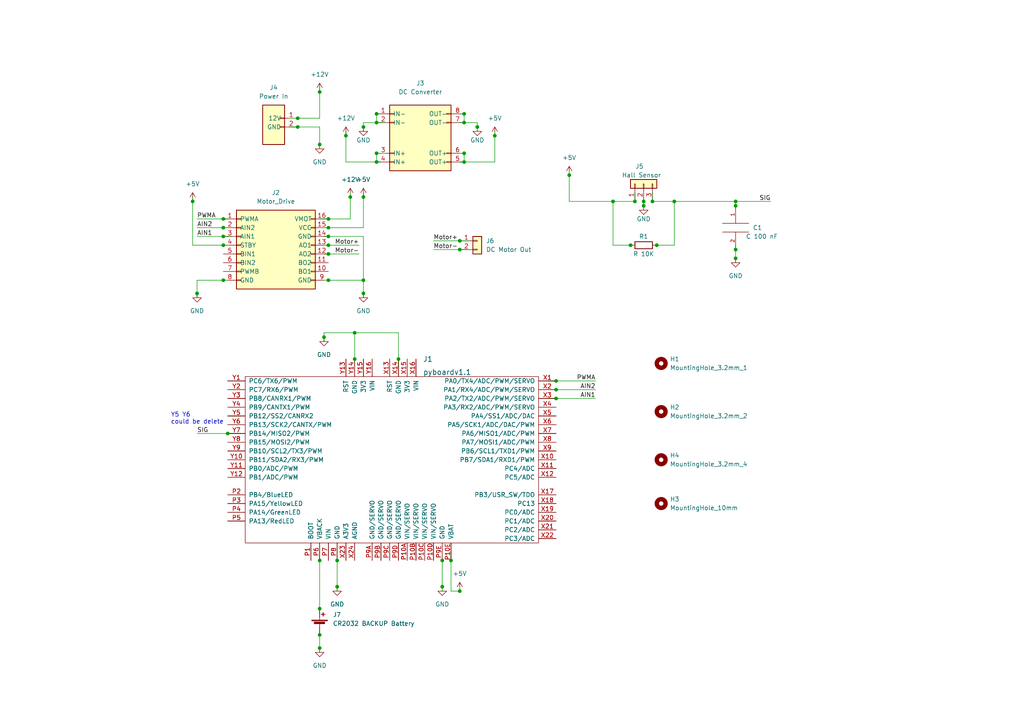
<source format=kicad_sch>
(kicad_sch (version 20211123) (generator eeschema)

  (uuid e63e39d7-6ac0-4ffd-8aa3-1841a4541b55)

  (paper "A4")

  (lib_symbols
    (symbol "Conn_01x02_1" (pin_names (offset 1.016)) (in_bom yes) (on_board yes)
      (property "Reference" "J4" (id 0) (at 7.62 0 0)
        (effects (font (size 1.27 1.27)) (justify left))
      )
      (property "Value" "Conn_01x02_1" (id 1) (at 7.62 -2.54 0)
        (effects (font (size 1.27 1.27)) (justify left))
      )
      (property "Footprint" "Connector_Molex:Molex_SPOX_5267-02A_1x02_P2.50mm_Vertical" (id 2) (at 0 0 0)
        (effects (font (size 1.27 1.27)) hide)
      )
      (property "Datasheet" "~" (id 3) (at 0 0 0)
        (effects (font (size 1.27 1.27)) hide)
      )
      (property "ki_keywords" "connector" (id 4) (at 0 0 0)
        (effects (font (size 1.27 1.27)) hide)
      )
      (property "ki_description" "Generic connector, single row, 01x02, script generated (kicad-library-utils/schlib/autogen/connector/)" (id 5) (at 0 0 0)
        (effects (font (size 1.27 1.27)) hide)
      )
      (property "ki_fp_filters" "Connector*:*_1x??_*" (id 6) (at 0 0 0)
        (effects (font (size 1.27 1.27)) hide)
      )
      (symbol "Conn_01x02_1_1_1"
        (rectangle (start -1.27 -2.413) (end 0 -2.667)
          (stroke (width 0.1524) (type default) (color 0 0 0 0))
          (fill (type none))
        )
        (rectangle (start -1.27 0.127) (end 0 -0.127)
          (stroke (width 0.1524) (type default) (color 0 0 0 0))
          (fill (type none))
        )
        (rectangle (start -1.27 3.81) (end 5.08 -7.62)
          (stroke (width 0.254) (type default) (color 0 0 0 0))
          (fill (type background))
        )
        (pin passive line (at -5.08 0 0) (length 3.81)
          (name "12V" (effects (font (size 1.27 1.27))))
          (number "1" (effects (font (size 1.27 1.27))))
        )
        (pin passive line (at -5.08 -2.54 0) (length 3.81)
          (name "GND" (effects (font (size 1.27 1.27))))
          (number "2" (effects (font (size 1.27 1.27))))
        )
      )
    )
    (symbol "Connector_Generic:Conn_01x02" (pin_names (offset 1.016) hide) (in_bom yes) (on_board yes)
      (property "Reference" "J" (id 0) (at 0 2.54 0)
        (effects (font (size 1.27 1.27)))
      )
      (property "Value" "Conn_01x02" (id 1) (at 0 -5.08 0)
        (effects (font (size 1.27 1.27)))
      )
      (property "Footprint" "" (id 2) (at 0 0 0)
        (effects (font (size 1.27 1.27)) hide)
      )
      (property "Datasheet" "~" (id 3) (at 0 0 0)
        (effects (font (size 1.27 1.27)) hide)
      )
      (property "ki_keywords" "connector" (id 4) (at 0 0 0)
        (effects (font (size 1.27 1.27)) hide)
      )
      (property "ki_description" "Generic connector, single row, 01x02, script generated (kicad-library-utils/schlib/autogen/connector/)" (id 5) (at 0 0 0)
        (effects (font (size 1.27 1.27)) hide)
      )
      (property "ki_fp_filters" "Connector*:*_1x??_*" (id 6) (at 0 0 0)
        (effects (font (size 1.27 1.27)) hide)
      )
      (symbol "Conn_01x02_1_1"
        (rectangle (start -1.27 -2.413) (end 0 -2.667)
          (stroke (width 0.1524) (type default) (color 0 0 0 0))
          (fill (type none))
        )
        (rectangle (start -1.27 0.127) (end 0 -0.127)
          (stroke (width 0.1524) (type default) (color 0 0 0 0))
          (fill (type none))
        )
        (rectangle (start -1.27 1.27) (end 1.27 -3.81)
          (stroke (width 0.254) (type default) (color 0 0 0 0))
          (fill (type background))
        )
        (pin passive line (at -5.08 0 0) (length 3.81)
          (name "Pin_1" (effects (font (size 1.27 1.27))))
          (number "1" (effects (font (size 1.27 1.27))))
        )
        (pin passive line (at -5.08 -2.54 0) (length 3.81)
          (name "Pin_2" (effects (font (size 1.27 1.27))))
          (number "2" (effects (font (size 1.27 1.27))))
        )
      )
    )
    (symbol "Connector_Generic:Conn_01x03" (pin_names (offset 1.016) hide) (in_bom yes) (on_board yes)
      (property "Reference" "J" (id 0) (at 0 5.08 0)
        (effects (font (size 1.27 1.27)))
      )
      (property "Value" "Conn_01x03" (id 1) (at 0 -5.08 0)
        (effects (font (size 1.27 1.27)))
      )
      (property "Footprint" "" (id 2) (at 0 0 0)
        (effects (font (size 1.27 1.27)) hide)
      )
      (property "Datasheet" "~" (id 3) (at 0 0 0)
        (effects (font (size 1.27 1.27)) hide)
      )
      (property "ki_keywords" "connector" (id 4) (at 0 0 0)
        (effects (font (size 1.27 1.27)) hide)
      )
      (property "ki_description" "Generic connector, single row, 01x03, script generated (kicad-library-utils/schlib/autogen/connector/)" (id 5) (at 0 0 0)
        (effects (font (size 1.27 1.27)) hide)
      )
      (property "ki_fp_filters" "Connector*:*_1x??_*" (id 6) (at 0 0 0)
        (effects (font (size 1.27 1.27)) hide)
      )
      (symbol "Conn_01x03_1_1"
        (rectangle (start -1.27 -2.413) (end 0 -2.667)
          (stroke (width 0.1524) (type default) (color 0 0 0 0))
          (fill (type none))
        )
        (rectangle (start -1.27 0.127) (end 0 -0.127)
          (stroke (width 0.1524) (type default) (color 0 0 0 0))
          (fill (type none))
        )
        (rectangle (start -1.27 2.667) (end 0 2.413)
          (stroke (width 0.1524) (type default) (color 0 0 0 0))
          (fill (type none))
        )
        (rectangle (start -1.27 3.81) (end 1.27 -3.81)
          (stroke (width 0.254) (type default) (color 0 0 0 0))
          (fill (type background))
        )
        (pin passive line (at -5.08 2.54 0) (length 3.81)
          (name "Pin_1" (effects (font (size 1.27 1.27))))
          (number "1" (effects (font (size 1.27 1.27))))
        )
        (pin passive line (at -5.08 0 0) (length 3.81)
          (name "Pin_2" (effects (font (size 1.27 1.27))))
          (number "2" (effects (font (size 1.27 1.27))))
        )
        (pin passive line (at -5.08 -2.54 0) (length 3.81)
          (name "Pin_3" (effects (font (size 1.27 1.27))))
          (number "3" (effects (font (size 1.27 1.27))))
        )
      )
    )
    (symbol "Connector_Generic:Conn_02x04_Top_Bottom" (pin_names (offset 1.016)) (in_bom yes) (on_board yes)
      (property "Reference" "J3" (id 0) (at 0 13.97 0)
        (effects (font (size 1.27 1.27)))
      )
      (property "Value" "DC Converter" (id 1) (at 0 11.43 0)
        (effects (font (size 1.27 1.27)))
      )
      (property "Footprint" "" (id 2) (at -7.62 2.54 0)
        (effects (font (size 1.27 1.27)) hide)
      )
      (property "Datasheet" "~" (id 3) (at -7.62 2.54 0)
        (effects (font (size 1.27 1.27)) hide)
      )
      (property "ki_keywords" "connector" (id 4) (at 0 0 0)
        (effects (font (size 1.27 1.27)) hide)
      )
      (property "ki_description" "Generic connector, double row, 02x04, top/bottom pin numbering scheme (row 1: 1...pins_per_row, row2: pins_per_row+1 ... num_pins), script generated (kicad-library-utils/schlib/autogen/connector/)" (id 5) (at 0 0 0)
        (effects (font (size 1.27 1.27)) hide)
      )
      (property "ki_fp_filters" "Connector*:*_2x??_*" (id 6) (at 0 0 0)
        (effects (font (size 1.27 1.27)) hide)
      )
      (symbol "Conn_02x04_Top_Bottom_1_1"
        (rectangle (start -8.89 -8.763) (end -7.62 -9.017)
          (stroke (width 0.1524) (type default) (color 0 0 0 0))
          (fill (type none))
        )
        (rectangle (start -8.89 -6.223) (end -7.62 -6.477)
          (stroke (width 0.1524) (type default) (color 0 0 0 0))
          (fill (type none))
        )
        (rectangle (start -8.89 2.667) (end -7.62 2.413)
          (stroke (width 0.1524) (type default) (color 0 0 0 0))
          (fill (type none))
        )
        (rectangle (start -8.89 5.207) (end -7.62 4.953)
          (stroke (width 0.1524) (type default) (color 0 0 0 0))
          (fill (type none))
        )
        (rectangle (start -8.89 7.62) (end 8.89 -11.43)
          (stroke (width 0.254) (type default) (color 0 0 0 0))
          (fill (type background))
        )
        (rectangle (start 8.89 -8.763) (end 7.62 -9.017)
          (stroke (width 0.1524) (type default) (color 0 0 0 0))
          (fill (type none))
        )
        (rectangle (start 8.89 -6.223) (end 7.62 -6.477)
          (stroke (width 0.1524) (type default) (color 0 0 0 0))
          (fill (type none))
        )
        (rectangle (start 8.89 2.667) (end 7.62 2.413)
          (stroke (width 0.1524) (type default) (color 0 0 0 0))
          (fill (type none))
        )
        (rectangle (start 8.89 5.207) (end 7.62 4.953)
          (stroke (width 0.1524) (type default) (color 0 0 0 0))
          (fill (type none))
        )
        (pin passive line (at -12.7 5.08 0) (length 3.81)
          (name "IN-" (effects (font (size 1.27 1.27))))
          (number "1" (effects (font (size 1.27 1.27))))
        )
        (pin passive line (at -12.7 2.54 0) (length 3.81)
          (name "IN-" (effects (font (size 1.27 1.27))))
          (number "2" (effects (font (size 1.27 1.27))))
        )
        (pin passive line (at -12.7 -6.35 0) (length 3.81)
          (name "IN+" (effects (font (size 1.27 1.27))))
          (number "3" (effects (font (size 1.27 1.27))))
        )
        (pin passive line (at -12.7 -8.89 0) (length 3.81)
          (name "IN+" (effects (font (size 1.27 1.27))))
          (number "4" (effects (font (size 1.27 1.27))))
        )
        (pin passive line (at 12.7 -8.89 180) (length 3.81)
          (name "OUT+" (effects (font (size 1.27 1.27))))
          (number "5" (effects (font (size 1.27 1.27))))
        )
        (pin passive line (at 12.7 -6.35 180) (length 3.81)
          (name "OUT+" (effects (font (size 1.27 1.27))))
          (number "6" (effects (font (size 1.27 1.27))))
        )
        (pin passive line (at 12.7 2.54 180) (length 3.81)
          (name "OUT-" (effects (font (size 1.27 1.27))))
          (number "7" (effects (font (size 1.27 1.27))))
        )
        (pin passive line (at 12.7 5.08 180) (length 3.81)
          (name "OUT-" (effects (font (size 1.27 1.27))))
          (number "8" (effects (font (size 1.27 1.27))))
        )
      )
    )
    (symbol "Connector_Generic:Conn_02x08_Top_Bottom" (pin_names (offset 1.016)) (in_bom yes) (on_board yes)
      (property "Reference" "J2" (id 0) (at 1.27 27.94 0)
        (effects (font (size 1.27 1.27)))
      )
      (property "Value" "Motor_Drive" (id 1) (at 1.27 25.4 0)
        (effects (font (size 1.27 1.27)))
      )
      (property "Footprint" "serialport expander 2x12pin 2.54mm:TB6612FNG" (id 2) (at 0 17.78 0)
        (effects (font (size 1.27 1.27)) hide)
      )
      (property "Datasheet" "~" (id 3) (at -10.16 1.27 0)
        (effects (font (size 1.27 1.27)) hide)
      )
      (property "ki_keywords" "connector" (id 4) (at 0 0 0)
        (effects (font (size 1.27 1.27)) hide)
      )
      (property "ki_description" "Generic connector, double row, 02x08, top/bottom pin numbering scheme (row 1: 1...pins_per_row, row2: pins_per_row+1 ... num_pins), script generated (kicad-library-utils/schlib/autogen/connector/)" (id 5) (at 0 0 0)
        (effects (font (size 1.27 1.27)) hide)
      )
      (property "ki_fp_filters" "Connector*:*_2x??_*" (id 6) (at 0 0 0)
        (effects (font (size 1.27 1.27)) hide)
      )
      (symbol "Conn_02x08_Top_Bottom_1_1"
        (rectangle (start -11.43 -8.763) (end -10.16 -9.017)
          (stroke (width 0.1524) (type default) (color 0 0 0 0))
          (fill (type none))
        )
        (rectangle (start -11.43 -6.223) (end -10.16 -6.477)
          (stroke (width 0.1524) (type default) (color 0 0 0 0))
          (fill (type none))
        )
        (rectangle (start -11.43 -3.683) (end -10.16 -3.937)
          (stroke (width 0.1524) (type default) (color 0 0 0 0))
          (fill (type none))
        )
        (rectangle (start -11.43 -1.143) (end -10.16 -1.397)
          (stroke (width 0.1524) (type default) (color 0 0 0 0))
          (fill (type none))
        )
        (rectangle (start -11.43 1.397) (end -10.16 1.143)
          (stroke (width 0.1524) (type default) (color 0 0 0 0))
          (fill (type none))
        )
        (rectangle (start -11.43 3.937) (end -10.16 3.683)
          (stroke (width 0.1524) (type default) (color 0 0 0 0))
          (fill (type none))
        )
        (rectangle (start -11.43 6.477) (end -10.16 6.223)
          (stroke (width 0.1524) (type default) (color 0 0 0 0))
          (fill (type none))
        )
        (rectangle (start -11.43 9.017) (end -10.16 8.763)
          (stroke (width 0.1524) (type default) (color 0 0 0 0))
          (fill (type none))
        )
        (rectangle (start -11.43 11.43) (end 11.43 -11.43)
          (stroke (width 0.254) (type default) (color 0 0 0 0))
          (fill (type background))
        )
        (rectangle (start 11.43 -8.763) (end 10.16 -9.017)
          (stroke (width 0.1524) (type default) (color 0 0 0 0))
          (fill (type none))
        )
        (rectangle (start 11.43 -6.223) (end 10.16 -6.477)
          (stroke (width 0.1524) (type default) (color 0 0 0 0))
          (fill (type none))
        )
        (rectangle (start 11.43 -3.683) (end 10.16 -3.937)
          (stroke (width 0.1524) (type default) (color 0 0 0 0))
          (fill (type none))
        )
        (rectangle (start 11.43 -1.143) (end 10.16 -1.397)
          (stroke (width 0.1524) (type default) (color 0 0 0 0))
          (fill (type none))
        )
        (rectangle (start 11.43 1.397) (end 10.16 1.143)
          (stroke (width 0.1524) (type default) (color 0 0 0 0))
          (fill (type none))
        )
        (rectangle (start 11.43 3.937) (end 10.16 3.683)
          (stroke (width 0.1524) (type default) (color 0 0 0 0))
          (fill (type none))
        )
        (rectangle (start 11.43 6.477) (end 10.16 6.223)
          (stroke (width 0.1524) (type default) (color 0 0 0 0))
          (fill (type none))
        )
        (rectangle (start 11.43 9.017) (end 10.16 8.763)
          (stroke (width 0.1524) (type default) (color 0 0 0 0))
          (fill (type none))
        )
        (pin passive line (at -15.24 8.89 0) (length 3.81)
          (name "PWMA" (effects (font (size 1.27 1.27))))
          (number "1" (effects (font (size 1.27 1.27))))
        )
        (pin passive line (at 15.24 -6.35 180) (length 3.81)
          (name "BO1" (effects (font (size 1.27 1.27))))
          (number "10" (effects (font (size 1.27 1.27))))
        )
        (pin passive line (at 15.24 -3.81 180) (length 3.81)
          (name "BO2" (effects (font (size 1.27 1.27))))
          (number "11" (effects (font (size 1.27 1.27))))
        )
        (pin passive line (at 15.24 -1.27 180) (length 3.81)
          (name "AO2" (effects (font (size 1.27 1.27))))
          (number "12" (effects (font (size 1.27 1.27))))
        )
        (pin passive line (at 15.24 1.27 180) (length 3.81)
          (name "AO1" (effects (font (size 1.27 1.27))))
          (number "13" (effects (font (size 1.27 1.27))))
        )
        (pin passive line (at 15.24 3.81 180) (length 3.81)
          (name "GND" (effects (font (size 1.27 1.27))))
          (number "14" (effects (font (size 1.27 1.27))))
        )
        (pin passive line (at 15.24 6.35 180) (length 3.81)
          (name "VCC" (effects (font (size 1.27 1.27))))
          (number "15" (effects (font (size 1.27 1.27))))
        )
        (pin passive line (at 15.24 8.89 180) (length 3.81)
          (name "VMOT" (effects (font (size 1.27 1.27))))
          (number "16" (effects (font (size 1.27 1.27))))
        )
        (pin passive line (at -15.24 6.35 0) (length 3.81)
          (name "AIN2" (effects (font (size 1.27 1.27))))
          (number "2" (effects (font (size 1.27 1.27))))
        )
        (pin passive line (at -15.24 3.81 0) (length 3.81)
          (name "AIN1" (effects (font (size 1.27 1.27))))
          (number "3" (effects (font (size 1.27 1.27))))
        )
        (pin passive line (at -15.24 1.27 0) (length 3.81)
          (name "STBY" (effects (font (size 1.27 1.27))))
          (number "4" (effects (font (size 1.27 1.27))))
        )
        (pin passive line (at -15.24 -1.27 0) (length 3.81)
          (name "BIN1" (effects (font (size 1.27 1.27))))
          (number "5" (effects (font (size 1.27 1.27))))
        )
        (pin passive line (at -15.24 -3.81 0) (length 3.81)
          (name "BIN2" (effects (font (size 1.27 1.27))))
          (number "6" (effects (font (size 1.27 1.27))))
        )
        (pin passive line (at -15.24 -6.35 0) (length 3.81)
          (name "PWMB" (effects (font (size 1.27 1.27))))
          (number "7" (effects (font (size 1.27 1.27))))
        )
        (pin passive line (at -15.24 -8.89 0) (length 3.81)
          (name "GND" (effects (font (size 1.27 1.27))))
          (number "8" (effects (font (size 1.27 1.27))))
        )
        (pin passive line (at 15.24 -8.89 180) (length 3.81)
          (name "GND" (effects (font (size 1.27 1.27))))
          (number "9" (effects (font (size 1.27 1.27))))
        )
      )
    )
    (symbol "Device:Battery_Cell" (pin_numbers hide) (pin_names (offset 0) hide) (in_bom yes) (on_board yes)
      (property "Reference" "BT" (id 0) (at 2.54 2.54 0)
        (effects (font (size 1.27 1.27)) (justify left))
      )
      (property "Value" "Battery_Cell" (id 1) (at 2.54 0 0)
        (effects (font (size 1.27 1.27)) (justify left))
      )
      (property "Footprint" "" (id 2) (at 0 1.524 90)
        (effects (font (size 1.27 1.27)) hide)
      )
      (property "Datasheet" "~" (id 3) (at 0 1.524 90)
        (effects (font (size 1.27 1.27)) hide)
      )
      (property "ki_keywords" "battery cell" (id 4) (at 0 0 0)
        (effects (font (size 1.27 1.27)) hide)
      )
      (property "ki_description" "Single-cell battery" (id 5) (at 0 0 0)
        (effects (font (size 1.27 1.27)) hide)
      )
      (symbol "Battery_Cell_0_1"
        (rectangle (start -2.286 1.778) (end 2.286 1.524)
          (stroke (width 0) (type default) (color 0 0 0 0))
          (fill (type outline))
        )
        (rectangle (start -1.5748 1.1938) (end 1.4732 0.6858)
          (stroke (width 0) (type default) (color 0 0 0 0))
          (fill (type outline))
        )
        (polyline
          (pts
            (xy 0 0.762)
            (xy 0 0)
          )
          (stroke (width 0) (type default) (color 0 0 0 0))
          (fill (type none))
        )
        (polyline
          (pts
            (xy 0 1.778)
            (xy 0 2.54)
          )
          (stroke (width 0) (type default) (color 0 0 0 0))
          (fill (type none))
        )
        (polyline
          (pts
            (xy 0.508 3.429)
            (xy 1.524 3.429)
          )
          (stroke (width 0.254) (type default) (color 0 0 0 0))
          (fill (type none))
        )
        (polyline
          (pts
            (xy 1.016 3.937)
            (xy 1.016 2.921)
          )
          (stroke (width 0.254) (type default) (color 0 0 0 0))
          (fill (type none))
        )
      )
      (symbol "Battery_Cell_1_1"
        (pin passive line (at 0 5.08 270) (length 2.54)
          (name "+" (effects (font (size 1.27 1.27))))
          (number "1" (effects (font (size 1.27 1.27))))
        )
        (pin passive line (at 0 -2.54 90) (length 2.54)
          (name "-" (effects (font (size 1.27 1.27))))
          (number "2" (effects (font (size 1.27 1.27))))
        )
      )
    )
    (symbol "Device:R" (pin_numbers hide) (pin_names (offset 0)) (in_bom yes) (on_board yes)
      (property "Reference" "R" (id 0) (at 2.032 0 90)
        (effects (font (size 1.27 1.27)))
      )
      (property "Value" "R" (id 1) (at 0 0 90)
        (effects (font (size 1.27 1.27)))
      )
      (property "Footprint" "" (id 2) (at -1.778 0 90)
        (effects (font (size 1.27 1.27)) hide)
      )
      (property "Datasheet" "~" (id 3) (at 0 0 0)
        (effects (font (size 1.27 1.27)) hide)
      )
      (property "ki_keywords" "R res resistor" (id 4) (at 0 0 0)
        (effects (font (size 1.27 1.27)) hide)
      )
      (property "ki_description" "Resistor" (id 5) (at 0 0 0)
        (effects (font (size 1.27 1.27)) hide)
      )
      (property "ki_fp_filters" "R_*" (id 6) (at 0 0 0)
        (effects (font (size 1.27 1.27)) hide)
      )
      (symbol "R_0_1"
        (rectangle (start -1.016 -2.54) (end 1.016 2.54)
          (stroke (width 0.254) (type default) (color 0 0 0 0))
          (fill (type none))
        )
      )
      (symbol "R_1_1"
        (pin passive line (at 0 3.81 270) (length 1.27)
          (name "~" (effects (font (size 1.27 1.27))))
          (number "1" (effects (font (size 1.27 1.27))))
        )
        (pin passive line (at 0 -3.81 90) (length 1.27)
          (name "~" (effects (font (size 1.27 1.27))))
          (number "2" (effects (font (size 1.27 1.27))))
        )
      )
    )
    (symbol "Mechanical:MountingHole" (pin_names (offset 1.016)) (in_bom yes) (on_board yes)
      (property "Reference" "H" (id 0) (at 0 5.08 0)
        (effects (font (size 1.27 1.27)))
      )
      (property "Value" "MountingHole" (id 1) (at 0 3.175 0)
        (effects (font (size 1.27 1.27)))
      )
      (property "Footprint" "" (id 2) (at 0 0 0)
        (effects (font (size 1.27 1.27)) hide)
      )
      (property "Datasheet" "~" (id 3) (at 0 0 0)
        (effects (font (size 1.27 1.27)) hide)
      )
      (property "ki_keywords" "mounting hole" (id 4) (at 0 0 0)
        (effects (font (size 1.27 1.27)) hide)
      )
      (property "ki_description" "Mounting Hole without connection" (id 5) (at 0 0 0)
        (effects (font (size 1.27 1.27)) hide)
      )
      (property "ki_fp_filters" "MountingHole*" (id 6) (at 0 0 0)
        (effects (font (size 1.27 1.27)) hide)
      )
      (symbol "MountingHole_0_1"
        (circle (center 0 0) (radius 1.27)
          (stroke (width 1.27) (type default) (color 0 0 0 0))
          (fill (type none))
        )
      )
    )
    (symbol "power:+12V" (power) (pin_names (offset 0)) (in_bom yes) (on_board yes)
      (property "Reference" "#PWR" (id 0) (at 0 -3.81 0)
        (effects (font (size 1.27 1.27)) hide)
      )
      (property "Value" "+12V" (id 1) (at 0 3.556 0)
        (effects (font (size 1.27 1.27)))
      )
      (property "Footprint" "" (id 2) (at 0 0 0)
        (effects (font (size 1.27 1.27)) hide)
      )
      (property "Datasheet" "" (id 3) (at 0 0 0)
        (effects (font (size 1.27 1.27)) hide)
      )
      (property "ki_keywords" "power-flag" (id 4) (at 0 0 0)
        (effects (font (size 1.27 1.27)) hide)
      )
      (property "ki_description" "Power symbol creates a global label with name \"+12V\"" (id 5) (at 0 0 0)
        (effects (font (size 1.27 1.27)) hide)
      )
      (symbol "+12V_0_1"
        (polyline
          (pts
            (xy -0.762 1.27)
            (xy 0 2.54)
          )
          (stroke (width 0) (type default) (color 0 0 0 0))
          (fill (type none))
        )
        (polyline
          (pts
            (xy 0 0)
            (xy 0 2.54)
          )
          (stroke (width 0) (type default) (color 0 0 0 0))
          (fill (type none))
        )
        (polyline
          (pts
            (xy 0 2.54)
            (xy 0.762 1.27)
          )
          (stroke (width 0) (type default) (color 0 0 0 0))
          (fill (type none))
        )
      )
      (symbol "+12V_1_1"
        (pin power_in line (at 0 0 90) (length 0) hide
          (name "+12V" (effects (font (size 1.27 1.27))))
          (number "1" (effects (font (size 1.27 1.27))))
        )
      )
    )
    (symbol "power:+5V" (power) (pin_names (offset 0)) (in_bom yes) (on_board yes)
      (property "Reference" "#PWR" (id 0) (at 0 -3.81 0)
        (effects (font (size 1.27 1.27)) hide)
      )
      (property "Value" "+5V" (id 1) (at 0 3.556 0)
        (effects (font (size 1.27 1.27)))
      )
      (property "Footprint" "" (id 2) (at 0 0 0)
        (effects (font (size 1.27 1.27)) hide)
      )
      (property "Datasheet" "" (id 3) (at 0 0 0)
        (effects (font (size 1.27 1.27)) hide)
      )
      (property "ki_keywords" "power-flag" (id 4) (at 0 0 0)
        (effects (font (size 1.27 1.27)) hide)
      )
      (property "ki_description" "Power symbol creates a global label with name \"+5V\"" (id 5) (at 0 0 0)
        (effects (font (size 1.27 1.27)) hide)
      )
      (symbol "+5V_0_1"
        (polyline
          (pts
            (xy -0.762 1.27)
            (xy 0 2.54)
          )
          (stroke (width 0) (type default) (color 0 0 0 0))
          (fill (type none))
        )
        (polyline
          (pts
            (xy 0 0)
            (xy 0 2.54)
          )
          (stroke (width 0) (type default) (color 0 0 0 0))
          (fill (type none))
        )
        (polyline
          (pts
            (xy 0 2.54)
            (xy 0.762 1.27)
          )
          (stroke (width 0) (type default) (color 0 0 0 0))
          (fill (type none))
        )
      )
      (symbol "+5V_1_1"
        (pin power_in line (at 0 0 90) (length 0) hide
          (name "+5V" (effects (font (size 1.27 1.27))))
          (number "1" (effects (font (size 1.27 1.27))))
        )
      )
    )
    (symbol "power:GND" (power) (pin_names (offset 0)) (in_bom yes) (on_board yes)
      (property "Reference" "#PWR" (id 0) (at 0 -6.35 0)
        (effects (font (size 1.27 1.27)) hide)
      )
      (property "Value" "GND" (id 1) (at 0 -3.81 0)
        (effects (font (size 1.27 1.27)))
      )
      (property "Footprint" "" (id 2) (at 0 0 0)
        (effects (font (size 1.27 1.27)) hide)
      )
      (property "Datasheet" "" (id 3) (at 0 0 0)
        (effects (font (size 1.27 1.27)) hide)
      )
      (property "ki_keywords" "power-flag" (id 4) (at 0 0 0)
        (effects (font (size 1.27 1.27)) hide)
      )
      (property "ki_description" "Power symbol creates a global label with name \"GND\" , ground" (id 5) (at 0 0 0)
        (effects (font (size 1.27 1.27)) hide)
      )
      (symbol "GND_0_1"
        (polyline
          (pts
            (xy 0 0)
            (xy 0 -1.27)
            (xy 1.27 -1.27)
            (xy 0 -2.54)
            (xy -1.27 -1.27)
            (xy 0 -1.27)
          )
          (stroke (width 0) (type default) (color 0 0 0 0))
          (fill (type none))
        )
      )
      (symbol "GND_1_1"
        (pin power_in line (at 0 0 270) (length 0) hide
          (name "GND" (effects (font (size 1.27 1.27))))
          (number "1" (effects (font (size 1.27 1.27))))
        )
      )
    )
    (symbol "pspice:CAP" (pin_names (offset 0.254)) (in_bom yes) (on_board yes)
      (property "Reference" "C" (id 0) (at 2.54 3.81 90)
        (effects (font (size 1.27 1.27)))
      )
      (property "Value" "CAP" (id 1) (at 2.54 -3.81 90)
        (effects (font (size 1.27 1.27)))
      )
      (property "Footprint" "" (id 2) (at 0 0 0)
        (effects (font (size 1.27 1.27)) hide)
      )
      (property "Datasheet" "~" (id 3) (at 0 0 0)
        (effects (font (size 1.27 1.27)) hide)
      )
      (property "ki_keywords" "simulation" (id 4) (at 0 0 0)
        (effects (font (size 1.27 1.27)) hide)
      )
      (property "ki_description" "Capacitor symbol for simulation only" (id 5) (at 0 0 0)
        (effects (font (size 1.27 1.27)) hide)
      )
      (symbol "CAP_0_1"
        (polyline
          (pts
            (xy -3.81 -1.27)
            (xy 3.81 -1.27)
          )
          (stroke (width 0) (type default) (color 0 0 0 0))
          (fill (type none))
        )
        (polyline
          (pts
            (xy -3.81 1.27)
            (xy 3.81 1.27)
          )
          (stroke (width 0) (type default) (color 0 0 0 0))
          (fill (type none))
        )
      )
      (symbol "CAP_1_1"
        (pin passive line (at 0 6.35 270) (length 5.08)
          (name "~" (effects (font (size 1.016 1.016))))
          (number "1" (effects (font (size 1.016 1.016))))
        )
        (pin passive line (at 0 -6.35 90) (length 5.08)
          (name "~" (effects (font (size 1.016 1.016))))
          (number "2" (effects (font (size 1.016 1.016))))
        )
      )
    )
    (symbol "pyboard:pyboardv1.1" (pin_names (offset 1.016)) (in_bom yes) (on_board yes)
      (property "Reference" "J1" (id 0) (at 43.9294 7.62 0)
        (effects (font (size 1.524 1.524)) (justify left))
      )
      (property "Value" "pyboardv1.1" (id 1) (at 43.9294 3.81 0)
        (effects (font (size 1.524 1.524)) (justify left))
      )
      (property "Footprint" "board:pyboard_v1.1" (id 2) (at 0 0 0)
        (effects (font (size 1.524 1.524)) hide)
      )
      (property "Datasheet" "" (id 3) (at 0 0 0)
        (effects (font (size 1.524 1.524)) hide)
      )
      (symbol "pyboardv1.1_0_1"
        (rectangle (start -7.62 2.54) (end 77.47 -45.72)
          (stroke (width 0) (type default) (color 0 0 0 0))
          (fill (type none))
        )
      )
      (symbol "pyboardv1.1_1_1"
        (pin input line (at 11.43 -50.8 90) (length 5.08)
          (name "BOOT" (effects (font (size 1.27 1.27))))
          (number "P1" (effects (font (size 1.27 1.27))))
        )
        (pin input line (at 39.37 -50.8 90) (length 5.08)
          (name "VIN/SERVO" (effects (font (size 1.27 1.27))))
          (number "P10A" (effects (font (size 1.27 1.27))))
        )
        (pin input line (at 41.91 -50.8 90) (length 5.08)
          (name "VIN/SERVO" (effects (font (size 1.27 1.27))))
          (number "P10B" (effects (font (size 1.27 1.27))))
        )
        (pin input line (at 44.45 -50.8 90) (length 5.08)
          (name "VIN/SERVO" (effects (font (size 1.27 1.27))))
          (number "P10C" (effects (font (size 1.27 1.27))))
        )
        (pin input line (at 46.99 -50.8 90) (length 5.08)
          (name "VIN/SERVO" (effects (font (size 1.27 1.27))))
          (number "P10D" (effects (font (size 1.27 1.27))))
        )
        (pin input line (at 52.07 -50.8 90) (length 5.08)
          (name "VBAT" (effects (font (size 1.27 1.27))))
          (number "P10E" (effects (font (size 1.27 1.27))))
        )
        (pin input line (at -12.7 -31.75 0) (length 5.08)
          (name "PB4/BlueLED" (effects (font (size 1.27 1.27))))
          (number "P2" (effects (font (size 1.27 1.27))))
        )
        (pin input line (at -12.7 -34.29 0) (length 5.08)
          (name "PA15/YellowLED" (effects (font (size 1.27 1.27))))
          (number "P3" (effects (font (size 1.27 1.27))))
        )
        (pin input line (at -12.7 -36.83 0) (length 5.08)
          (name "PA14/GreenLED" (effects (font (size 1.27 1.27))))
          (number "P4" (effects (font (size 1.27 1.27))))
        )
        (pin input line (at -12.7 -39.37 0) (length 5.08)
          (name "PA13/RedLED" (effects (font (size 1.27 1.27))))
          (number "P5" (effects (font (size 1.27 1.27))))
        )
        (pin input line (at 13.97 -50.8 90) (length 5.08)
          (name "VBACK" (effects (font (size 1.27 1.27))))
          (number "P6" (effects (font (size 1.27 1.27))))
        )
        (pin input line (at 16.51 -50.8 90) (length 5.08)
          (name "VIN" (effects (font (size 1.27 1.27))))
          (number "P7" (effects (font (size 1.27 1.27))))
        )
        (pin input line (at 19.05 -50.8 90) (length 5.08)
          (name "GND" (effects (font (size 1.27 1.27))))
          (number "P8" (effects (font (size 1.27 1.27))))
        )
        (pin input line (at 29.21 -50.8 90) (length 5.08)
          (name "GND/SERVO" (effects (font (size 1.27 1.27))))
          (number "P9A" (effects (font (size 1.27 1.27))))
        )
        (pin input line (at 31.75 -50.8 90) (length 5.08)
          (name "GND/SERVO" (effects (font (size 1.27 1.27))))
          (number "P9B" (effects (font (size 1.27 1.27))))
        )
        (pin input line (at 34.29 -50.8 90) (length 5.08)
          (name "GND/SERVO" (effects (font (size 1.27 1.27))))
          (number "P9C" (effects (font (size 1.27 1.27))))
        )
        (pin input line (at 36.83 -50.8 90) (length 5.08)
          (name "GND/SERVO" (effects (font (size 1.27 1.27))))
          (number "P9D" (effects (font (size 1.27 1.27))))
        )
        (pin input line (at 49.53 -50.8 90) (length 5.08)
          (name "GND" (effects (font (size 1.27 1.27))))
          (number "P9E" (effects (font (size 1.27 1.27))))
        )
        (pin input line (at 82.55 1.27 180) (length 5.08)
          (name "PA0/TX4/ADC/PWM/SERVO" (effects (font (size 1.27 1.27))))
          (number "X1" (effects (font (size 1.27 1.27))))
        )
        (pin input line (at 82.55 -21.59 180) (length 5.08)
          (name "PB7/SDA1/RXD1/PWM" (effects (font (size 1.27 1.27))))
          (number "X10" (effects (font (size 1.27 1.27))))
        )
        (pin input line (at 82.55 -24.13 180) (length 5.08)
          (name "PC4/ADC" (effects (font (size 1.27 1.27))))
          (number "X11" (effects (font (size 1.27 1.27))))
        )
        (pin input line (at 82.55 -26.67 180) (length 5.08)
          (name "PC5/ADC" (effects (font (size 1.27 1.27))))
          (number "X12" (effects (font (size 1.27 1.27))))
        )
        (pin input line (at 34.29 7.62 270) (length 5.08)
          (name "RST" (effects (font (size 1.27 1.27))))
          (number "X13" (effects (font (size 1.27 1.27))))
        )
        (pin input line (at 36.83 7.62 270) (length 5.08)
          (name "GND" (effects (font (size 1.27 1.27))))
          (number "X14" (effects (font (size 1.27 1.27))))
        )
        (pin input line (at 39.37 7.62 270) (length 5.08)
          (name "3V3" (effects (font (size 1.27 1.27))))
          (number "X15" (effects (font (size 1.27 1.27))))
        )
        (pin input line (at 41.91 7.62 270) (length 5.08)
          (name "VIN" (effects (font (size 1.27 1.27))))
          (number "X16" (effects (font (size 1.27 1.27))))
        )
        (pin input line (at 82.55 -31.75 180) (length 5.08)
          (name "PB3/USR_SW/TDO" (effects (font (size 1.27 1.27))))
          (number "X17" (effects (font (size 1.27 1.27))))
        )
        (pin input line (at 82.55 -34.29 180) (length 5.08)
          (name "PC13" (effects (font (size 1.27 1.27))))
          (number "X18" (effects (font (size 1.27 1.27))))
        )
        (pin input line (at 82.55 -36.83 180) (length 5.08)
          (name "PC0/ADC" (effects (font (size 1.27 1.27))))
          (number "X19" (effects (font (size 1.27 1.27))))
        )
        (pin input line (at 82.55 -1.27 180) (length 5.08)
          (name "PA1/RX4/ADC/PWM/SERVO" (effects (font (size 1.27 1.27))))
          (number "X2" (effects (font (size 1.27 1.27))))
        )
        (pin input line (at 82.55 -39.37 180) (length 5.08)
          (name "PC1/ADC" (effects (font (size 1.27 1.27))))
          (number "X20" (effects (font (size 1.27 1.27))))
        )
        (pin input line (at 82.55 -41.91 180) (length 5.08)
          (name "PC2/ADC" (effects (font (size 1.27 1.27))))
          (number "X21" (effects (font (size 1.27 1.27))))
        )
        (pin input line (at 82.55 -44.45 180) (length 5.08)
          (name "PC3/ADC" (effects (font (size 1.27 1.27))))
          (number "X22" (effects (font (size 1.27 1.27))))
        )
        (pin input line (at 21.59 -50.8 90) (length 5.08)
          (name "A3V3" (effects (font (size 1.27 1.27))))
          (number "X23" (effects (font (size 1.27 1.27))))
        )
        (pin input line (at 24.13 -50.8 90) (length 5.08)
          (name "AGND" (effects (font (size 1.27 1.27))))
          (number "X24" (effects (font (size 1.27 1.27))))
        )
        (pin input line (at 82.55 -3.81 180) (length 5.08)
          (name "PA2/TX2/ADC/PWM/SERVO" (effects (font (size 1.27 1.27))))
          (number "X3" (effects (font (size 1.27 1.27))))
        )
        (pin input line (at 82.55 -6.35 180) (length 5.08)
          (name "PA3/RX2/ADC/PWM/SERVO" (effects (font (size 1.27 1.27))))
          (number "X4" (effects (font (size 1.27 1.27))))
        )
        (pin input line (at 82.55 -8.89 180) (length 5.08)
          (name "PA4/SS1/ADC/DAC" (effects (font (size 1.27 1.27))))
          (number "X5" (effects (font (size 1.27 1.27))))
        )
        (pin input line (at 82.55 -11.43 180) (length 5.08)
          (name "PA5/SCK1/ADC/DAC/PWM" (effects (font (size 1.27 1.27))))
          (number "X6" (effects (font (size 1.27 1.27))))
        )
        (pin input line (at 82.55 -13.97 180) (length 5.08)
          (name "PA6/MISO1/ADC/PWM" (effects (font (size 1.27 1.27))))
          (number "X7" (effects (font (size 1.27 1.27))))
        )
        (pin input line (at 82.55 -16.51 180) (length 5.08)
          (name "PA7/MOSI1/ADC/PWM" (effects (font (size 1.27 1.27))))
          (number "X8" (effects (font (size 1.27 1.27))))
        )
        (pin input line (at 82.55 -19.05 180) (length 5.08)
          (name "PB6/SCL1/TXD1/PWM" (effects (font (size 1.27 1.27))))
          (number "X9" (effects (font (size 1.27 1.27))))
        )
        (pin input line (at -12.7 1.27 0) (length 5.08)
          (name "PC6/TX6/PWM" (effects (font (size 1.27 1.27))))
          (number "Y1" (effects (font (size 1.27 1.27))))
        )
        (pin input line (at -12.7 -21.59 0) (length 5.08)
          (name "PB11/SDA2/RX3/PWM" (effects (font (size 1.27 1.27))))
          (number "Y10" (effects (font (size 1.27 1.27))))
        )
        (pin input line (at -12.7 -24.13 0) (length 5.08)
          (name "PB0/ADC/PWM" (effects (font (size 1.27 1.27))))
          (number "Y11" (effects (font (size 1.27 1.27))))
        )
        (pin input line (at -12.7 -26.67 0) (length 5.08)
          (name "PB1/ADC/PWM" (effects (font (size 1.27 1.27))))
          (number "Y12" (effects (font (size 1.27 1.27))))
        )
        (pin input line (at 21.59 7.62 270) (length 5.08)
          (name "RST" (effects (font (size 1.27 1.27))))
          (number "Y13" (effects (font (size 1.27 1.27))))
        )
        (pin input line (at 24.13 7.62 270) (length 5.08)
          (name "GND" (effects (font (size 1.27 1.27))))
          (number "Y14" (effects (font (size 1.27 1.27))))
        )
        (pin input line (at 26.67 7.62 270) (length 5.08)
          (name "3V3" (effects (font (size 1.27 1.27))))
          (number "Y15" (effects (font (size 1.27 1.27))))
        )
        (pin input line (at 29.21 7.62 270) (length 5.08)
          (name "VIN" (effects (font (size 1.27 1.27))))
          (number "Y16" (effects (font (size 1.27 1.27))))
        )
        (pin input line (at -12.7 -1.27 0) (length 5.08)
          (name "PC7/RX6/PWM" (effects (font (size 1.27 1.27))))
          (number "Y2" (effects (font (size 1.27 1.27))))
        )
        (pin input line (at -12.7 -3.81 0) (length 5.08)
          (name "PB8/CANRX1/PWM" (effects (font (size 1.27 1.27))))
          (number "Y3" (effects (font (size 1.27 1.27))))
        )
        (pin input line (at -12.7 -6.35 0) (length 5.08)
          (name "PB9/CANTX1/PWM" (effects (font (size 1.27 1.27))))
          (number "Y4" (effects (font (size 1.27 1.27))))
        )
        (pin input line (at -12.7 -8.89 0) (length 5.08)
          (name "PB12/SS2/CANRX2" (effects (font (size 1.27 1.27))))
          (number "Y5" (effects (font (size 1.27 1.27))))
        )
        (pin input line (at -12.7 -11.43 0) (length 5.08)
          (name "PB13/SCK2/CANTX/PWM" (effects (font (size 1.27 1.27))))
          (number "Y6" (effects (font (size 1.27 1.27))))
        )
        (pin input line (at -12.7 -13.97 0) (length 5.08)
          (name "PB14/MISO2/PWM" (effects (font (size 1.27 1.27))))
          (number "Y7" (effects (font (size 1.27 1.27))))
        )
        (pin input line (at -12.7 -16.51 0) (length 5.08)
          (name "PB15/MOSI2/PWM" (effects (font (size 1.27 1.27))))
          (number "Y8" (effects (font (size 1.27 1.27))))
        )
        (pin input line (at -12.7 -19.05 0) (length 5.08)
          (name "PB10/SCL2/TX3/PWM" (effects (font (size 1.27 1.27))))
          (number "Y9" (effects (font (size 1.27 1.27))))
        )
      )
    )
  )

  (junction (at 115.57 104.14) (diameter 0) (color 0 0 0 0)
    (uuid 09de663f-0e2d-4523-9fe0-e1c7a8574be3)
  )
  (junction (at 95.25 66.04) (diameter 0) (color 0 0 0 0)
    (uuid 0a0210a1-57d1-49c5-95a1-1dcf94ea4cc4)
  )
  (junction (at 143.51 39.37) (diameter 0) (color 0 0 0 0)
    (uuid 0c82d3cb-53f7-449e-a5ee-da30c5c4c9ac)
  )
  (junction (at 105.41 85.09) (diameter 0) (color 0 0 0 0)
    (uuid 0cb16722-4aab-4bed-9918-7a16d569656d)
  )
  (junction (at 189.23 58.42) (diameter 0) (color 0 0 0 0)
    (uuid 1456f188-cd94-4b9a-84e1-5ca863f37470)
  )
  (junction (at 95.25 71.12) (diameter 0) (color 0 0 0 0)
    (uuid 164e05fa-b0b8-43da-bce0-b5e45466e3f9)
  )
  (junction (at 86.36 34.29) (diameter 0) (color 0 0 0 0)
    (uuid 16596dec-afe7-4a3b-a462-02b1f5c7b24b)
  )
  (junction (at 100.33 39.37) (diameter 0) (color 0 0 0 0)
    (uuid 1e032739-27da-43b0-8cdf-7b16c87f15c2)
  )
  (junction (at 177.8 58.42) (diameter 0) (color 0 0 0 0)
    (uuid 2ccdccf0-903f-4c16-8d4c-6c18a51b80b9)
  )
  (junction (at 66.04 125.73) (diameter 0) (color 0 0 0 0)
    (uuid 2dc7b0a5-f6d8-49c1-824c-76f439e25f03)
  )
  (junction (at 105.41 81.28) (diameter 0) (color 0 0 0 0)
    (uuid 32a4e484-1fed-4777-ac04-b6cacb623456)
  )
  (junction (at 92.71 187.96) (diameter 0) (color 0 0 0 0)
    (uuid 32b51efe-9213-4745-8d45-3b81ad35c2f9)
  )
  (junction (at 109.22 44.45) (diameter 0) (color 0 0 0 0)
    (uuid 370253f5-4e32-4396-89f0-820a1eb2660b)
  )
  (junction (at 190.5 71.12) (diameter 0) (color 0 0 0 0)
    (uuid 3842610b-7d27-477e-8664-e826f41ebfda)
  )
  (junction (at 95.25 81.28) (diameter 0) (color 0 0 0 0)
    (uuid 384c6fac-0bba-4403-a307-f907229f3e72)
  )
  (junction (at 57.15 85.09) (diameter 0) (color 0 0 0 0)
    (uuid 3a4ae8b9-b593-4ec2-9012-7ddf21782293)
  )
  (junction (at 165.1 50.8) (diameter 0) (color 0 0 0 0)
    (uuid 3cb9cb93-e8f5-4863-a48f-5d311594ea0e)
  )
  (junction (at 109.22 35.56) (diameter 0) (color 0 0 0 0)
    (uuid 3edb323d-40cd-4404-a0a3-06775e0f6a1b)
  )
  (junction (at 92.71 162.56) (diameter 0) (color 0 0 0 0)
    (uuid 4827162d-3a51-45ec-80b8-c9d79af5450d)
  )
  (junction (at 134.62 44.45) (diameter 0) (color 0 0 0 0)
    (uuid 48b64814-0d7e-4d02-884c-bf6030665600)
  )
  (junction (at 161.29 115.57) (diameter 0) (color 0 0 0 0)
    (uuid 4ada3d54-b402-4421-b69e-ce910530540b)
  )
  (junction (at 64.77 63.5) (diameter 0) (color 0 0 0 0)
    (uuid 51a6d6da-ad0c-4ae8-88dd-849820f7f1c1)
  )
  (junction (at 95.25 63.5) (diameter 0) (color 0 0 0 0)
    (uuid 57803fe3-61d3-4f08-a2cc-981eb65d1856)
  )
  (junction (at 134.62 46.99) (diameter 0) (color 0 0 0 0)
    (uuid 5f4d6fb7-17fa-44e3-8062-42d6e8e7a4f9)
  )
  (junction (at 97.79 162.56) (diameter 0) (color 0 0 0 0)
    (uuid 5fa1d3d2-5da0-42de-b9cc-b515d5a13e49)
  )
  (junction (at 182.88 71.12) (diameter 0) (color 0 0 0 0)
    (uuid 64b8a71b-94bf-486f-9b86-7b0c8e0b2dab)
  )
  (junction (at 95.25 68.58) (diameter 0) (color 0 0 0 0)
    (uuid 65996d74-539e-4ea5-b177-5deb03aaf929)
  )
  (junction (at 105.41 36.83) (diameter 0) (color 0 0 0 0)
    (uuid 695b0687-a06d-47e7-98ee-4a9da9a5f80e)
  )
  (junction (at 64.77 68.58) (diameter 0) (color 0 0 0 0)
    (uuid 6e34d6d4-c8c3-4128-b938-8d9e060b82e1)
  )
  (junction (at 86.36 36.83) (diameter 0) (color 0 0 0 0)
    (uuid 7936a256-d468-47bf-a7ae-8a043f693ec7)
  )
  (junction (at 102.87 104.14) (diameter 0) (color 0 0 0 0)
    (uuid 79eae12e-8f2f-435a-8c33-1a252f884cc3)
  )
  (junction (at 64.77 71.12) (diameter 0) (color 0 0 0 0)
    (uuid 7e110480-e3f4-4033-b965-48361e92e91a)
  )
  (junction (at 133.35 72.39) (diameter 0) (color 0 0 0 0)
    (uuid 83e5d961-005f-476b-86a5-5ab8282723bc)
  )
  (junction (at 184.15 58.42) (diameter 0) (color 0 0 0 0)
    (uuid 845717ae-83f4-48f5-9b8b-858808d091b0)
  )
  (junction (at 133.35 171.45) (diameter 0) (color 0 0 0 0)
    (uuid 864323fc-98c0-458a-8893-47fff507f249)
  )
  (junction (at 138.43 36.83) (diameter 0) (color 0 0 0 0)
    (uuid 950eab65-21b5-4ec9-82d6-035dc90cdf0c)
  )
  (junction (at 134.62 35.56) (diameter 0) (color 0 0 0 0)
    (uuid 96d43468-da30-4e96-b636-7ffacef8b8e0)
  )
  (junction (at 161.29 110.49) (diameter 0) (color 0 0 0 0)
    (uuid 9f18b98b-e3c2-4706-94d1-38fe7d281fb0)
  )
  (junction (at 55.88 58.42) (diameter 0) (color 0 0 0 0)
    (uuid a3a14f2b-da26-4c70-86c4-4ac99eaceaac)
  )
  (junction (at 213.36 59.69) (diameter 0) (color 0 0 0 0)
    (uuid a8a84627-f614-4c4b-b85f-bf42b88ffbb7)
  )
  (junction (at 105.41 57.15) (diameter 0) (color 0 0 0 0)
    (uuid ac2acadb-687e-4fe5-b13f-6d393dab6ece)
  )
  (junction (at 128.27 170.18) (diameter 0) (color 0 0 0 0)
    (uuid ace9b691-1cde-4827-afc8-9c7be6c9fdd3)
  )
  (junction (at 92.71 176.53) (diameter 0) (color 0 0 0 0)
    (uuid ad02be93-1add-40ca-9126-3857045b5613)
  )
  (junction (at 93.98 97.79) (diameter 0) (color 0 0 0 0)
    (uuid aeb97e73-e72d-49ee-ba25-aacdc1a7fa64)
  )
  (junction (at 186.69 58.42) (diameter 0) (color 0 0 0 0)
    (uuid b0ec5981-15a9-4365-8059-c5262082b55d)
  )
  (junction (at 92.71 184.15) (diameter 0) (color 0 0 0 0)
    (uuid b20a0d28-1ec2-4d16-a7af-676ec5942637)
  )
  (junction (at 128.27 162.56) (diameter 0) (color 0 0 0 0)
    (uuid b7536c98-0fc7-4498-a2e1-e569a21f474c)
  )
  (junction (at 109.22 33.02) (diameter 0) (color 0 0 0 0)
    (uuid b8830f41-24c0-4d58-99e2-0cc63c19b12f)
  )
  (junction (at 213.36 58.42) (diameter 0) (color 0 0 0 0)
    (uuid bb92582b-3440-409c-9aa2-1f7110fc371b)
  )
  (junction (at 102.87 96.52) (diameter 0) (color 0 0 0 0)
    (uuid bb977e0f-3135-49d9-8a9c-2deb943de632)
  )
  (junction (at 161.29 113.03) (diameter 0) (color 0 0 0 0)
    (uuid bf34b419-8b9f-4341-a727-bd62f16499e3)
  )
  (junction (at 130.81 162.56) (diameter 0) (color 0 0 0 0)
    (uuid c5ad6f64-3cb3-4708-99ec-945767f952f8)
  )
  (junction (at 134.62 33.02) (diameter 0) (color 0 0 0 0)
    (uuid c5e5d1d4-7530-422c-908e-e1a63092eebe)
  )
  (junction (at 92.71 26.67) (diameter 0) (color 0 0 0 0)
    (uuid cb16816a-a486-4a87-acde-e8824f56be53)
  )
  (junction (at 133.35 69.85) (diameter 0) (color 0 0 0 0)
    (uuid cd26b920-8171-483b-8d18-9ba515e4fec7)
  )
  (junction (at 213.36 72.39) (diameter 0) (color 0 0 0 0)
    (uuid cebeabbc-9648-4545-8a82-903ee2bd9a1d)
  )
  (junction (at 95.25 73.66) (diameter 0) (color 0 0 0 0)
    (uuid d15498b1-7ce8-4e0e-9113-d2a4621ea65c)
  )
  (junction (at 213.36 74.93) (diameter 0) (color 0 0 0 0)
    (uuid d4ffdb81-2ca9-4849-aa0d-51767d853442)
  )
  (junction (at 101.6 57.15) (diameter 0) (color 0 0 0 0)
    (uuid d9c28aa0-ab95-438c-950a-e22a01b58097)
  )
  (junction (at 92.71 41.91) (diameter 0) (color 0 0 0 0)
    (uuid dc3473eb-f608-4aeb-9374-b7bd8cb83dac)
  )
  (junction (at 64.77 66.04) (diameter 0) (color 0 0 0 0)
    (uuid ded4afb2-47be-43d5-aff0-4551589fb3ca)
  )
  (junction (at 186.69 59.69) (diameter 0) (color 0 0 0 0)
    (uuid e15e1c9b-9df7-41e0-895e-44a8e47e0e5f)
  )
  (junction (at 195.58 58.42) (diameter 0) (color 0 0 0 0)
    (uuid e7a99075-d972-41f1-9a6e-28539fb2832e)
  )
  (junction (at 64.77 81.28) (diameter 0) (color 0 0 0 0)
    (uuid f16e37ff-3cca-4e2f-98a5-f2896d9d7ce1)
  )
  (junction (at 109.22 46.99) (diameter 0) (color 0 0 0 0)
    (uuid f9b671bd-7c8d-4de3-9944-d44b01b0b28c)
  )
  (junction (at 97.79 170.18) (diameter 0) (color 0 0 0 0)
    (uuid fedc0c2a-7754-4765-b869-263a4507b151)
  )

  (wire (pts (xy 92.71 162.56) (xy 92.71 176.53))
    (stroke (width 0) (type default) (color 0 0 0 0))
    (uuid 0039eb98-fa99-41d8-b880-61ac20c20c6b)
  )
  (wire (pts (xy 102.87 105.41) (xy 102.87 104.14))
    (stroke (width 0) (type default) (color 0 0 0 0))
    (uuid 04b2dfc9-c8ab-4284-9f44-e36cb82cd733)
  )
  (wire (pts (xy 64.77 63.5) (xy 66.04 63.5))
    (stroke (width 0) (type default) (color 0 0 0 0))
    (uuid 055a2565-d58a-4b00-9fd7-36b75639ef9e)
  )
  (wire (pts (xy 184.15 58.42) (xy 184.15 55.88))
    (stroke (width 0) (type default) (color 0 0 0 0))
    (uuid 05bbacc4-b6c5-49f6-a30b-86b6d0e1d165)
  )
  (wire (pts (xy 57.15 81.28) (xy 57.15 85.09))
    (stroke (width 0) (type default) (color 0 0 0 0))
    (uuid 07516bee-cf00-4df3-9f76-1c1315c01274)
  )
  (wire (pts (xy 57.15 63.5) (xy 64.77 63.5))
    (stroke (width 0) (type default) (color 0 0 0 0))
    (uuid 08bbfd77-1c9f-4b19-8847-e0bddf939be8)
  )
  (wire (pts (xy 105.41 81.28) (xy 105.41 85.09))
    (stroke (width 0) (type default) (color 0 0 0 0))
    (uuid 0991cae6-cf9b-403a-b9ee-46e32a99b277)
  )
  (wire (pts (xy 158.75 115.57) (xy 161.29 115.57))
    (stroke (width 0) (type default) (color 0 0 0 0))
    (uuid 0a0048cf-5324-4318-b100-7e3bb2bb2a83)
  )
  (wire (pts (xy 83.82 36.83) (xy 86.36 36.83))
    (stroke (width 0) (type default) (color 0 0 0 0))
    (uuid 0c6a75b5-cf5c-455f-a361-83686fa7fa98)
  )
  (wire (pts (xy 55.88 58.42) (xy 55.88 71.12))
    (stroke (width 0) (type default) (color 0 0 0 0))
    (uuid 0c7aa8ba-75d2-42d9-afa2-19a7231a3d72)
  )
  (wire (pts (xy 133.35 170.18) (xy 133.35 171.45))
    (stroke (width 0) (type default) (color 0 0 0 0))
    (uuid 0e727a38-60fa-471b-bb69-be087b340d3b)
  )
  (wire (pts (xy 158.75 110.49) (xy 161.29 110.49))
    (stroke (width 0) (type default) (color 0 0 0 0))
    (uuid 0ee9b138-ab2f-4ce8-8fbd-49ed8c32ea3c)
  )
  (wire (pts (xy 93.98 68.58) (xy 95.25 68.58))
    (stroke (width 0) (type default) (color 0 0 0 0))
    (uuid 13b5d6ce-39a8-4d0c-999d-1966281b5daa)
  )
  (wire (pts (xy 109.22 44.45) (xy 109.22 46.99))
    (stroke (width 0) (type default) (color 0 0 0 0))
    (uuid 15ab71b9-7c79-4f38-9284-0a39636843ba)
  )
  (wire (pts (xy 195.58 58.42) (xy 213.36 58.42))
    (stroke (width 0) (type default) (color 0 0 0 0))
    (uuid 167ba95f-c688-4d6d-8856-77a0380ee557)
  )
  (wire (pts (xy 189.23 58.42) (xy 195.58 58.42))
    (stroke (width 0) (type default) (color 0 0 0 0))
    (uuid 186f4595-3676-49f7-871f-5ab81ab4f0dd)
  )
  (wire (pts (xy 161.29 110.49) (xy 172.72 110.49))
    (stroke (width 0) (type default) (color 0 0 0 0))
    (uuid 191f9660-de00-46c0-8153-fa4340af953a)
  )
  (wire (pts (xy 64.77 68.58) (xy 67.31 68.58))
    (stroke (width 0) (type default) (color 0 0 0 0))
    (uuid 19239dbd-4390-4d9a-964b-5202e4be39ee)
  )
  (wire (pts (xy 213.36 59.69) (xy 213.36 60.96))
    (stroke (width 0) (type default) (color 0 0 0 0))
    (uuid 23dbc663-a893-4cc5-8c39-12a0da3e01ac)
  )
  (wire (pts (xy 105.41 85.09) (xy 105.41 86.36))
    (stroke (width 0) (type default) (color 0 0 0 0))
    (uuid 25a9af89-f128-49a1-8514-0feefe9612f8)
  )
  (wire (pts (xy 177.8 58.42) (xy 184.15 58.42))
    (stroke (width 0) (type default) (color 0 0 0 0))
    (uuid 25fe4d97-64ee-4e8c-aeb5-11610d4131e2)
  )
  (wire (pts (xy 95.25 71.12) (xy 104.14 71.12))
    (stroke (width 0) (type default) (color 0 0 0 0))
    (uuid 275fd9ce-364a-4351-829d-3fafef540f63)
  )
  (wire (pts (xy 92.71 187.96) (xy 92.71 189.23))
    (stroke (width 0) (type default) (color 0 0 0 0))
    (uuid 28420056-333d-448e-92ec-dd57d8f6662c)
  )
  (wire (pts (xy 133.35 69.85) (xy 135.89 69.85))
    (stroke (width 0) (type default) (color 0 0 0 0))
    (uuid 2a5f6628-138e-47a9-b9ff-5bc2b91a6067)
  )
  (wire (pts (xy 95.25 73.66) (xy 104.14 73.66))
    (stroke (width 0) (type default) (color 0 0 0 0))
    (uuid 31f31440-fc46-4a7d-90f8-34e990c55a08)
  )
  (wire (pts (xy 93.98 96.52) (xy 93.98 97.79))
    (stroke (width 0) (type default) (color 0 0 0 0))
    (uuid 32d80e50-ec9e-41ff-b8b2-e3c9a0dd0314)
  )
  (wire (pts (xy 105.41 68.58) (xy 105.41 81.28))
    (stroke (width 0) (type default) (color 0 0 0 0))
    (uuid 334435f1-815a-41ec-bfb8-49015c521926)
  )
  (wire (pts (xy 109.22 33.02) (xy 109.22 35.56))
    (stroke (width 0) (type default) (color 0 0 0 0))
    (uuid 353164a3-67bb-40c7-ac61-6073d4a68435)
  )
  (wire (pts (xy 105.41 35.56) (xy 105.41 36.83))
    (stroke (width 0) (type default) (color 0 0 0 0))
    (uuid 38bbbe8e-0090-4947-8621-071ae106c320)
  )
  (wire (pts (xy 130.81 171.45) (xy 133.35 171.45))
    (stroke (width 0) (type default) (color 0 0 0 0))
    (uuid 3b3d0538-3a68-480b-9fea-e793e0e28dd3)
  )
  (wire (pts (xy 95.25 81.28) (xy 105.41 81.28))
    (stroke (width 0) (type default) (color 0 0 0 0))
    (uuid 3b6ac7d1-39a7-44d4-aee8-522558a36661)
  )
  (wire (pts (xy 195.58 58.42) (xy 195.58 71.12))
    (stroke (width 0) (type default) (color 0 0 0 0))
    (uuid 3d86e564-ecfd-40fd-9e70-02aee1ecf6ce)
  )
  (wire (pts (xy 165.1 49.53) (xy 165.1 50.8))
    (stroke (width 0) (type default) (color 0 0 0 0))
    (uuid 3e5f030d-d9c3-4289-8213-ef20ab9dea89)
  )
  (wire (pts (xy 95.25 63.5) (xy 101.6 63.5))
    (stroke (width 0) (type default) (color 0 0 0 0))
    (uuid 3f490f48-415a-41ef-b3d9-1457b1fefd79)
  )
  (wire (pts (xy 161.29 115.57) (xy 172.72 115.57))
    (stroke (width 0) (type default) (color 0 0 0 0))
    (uuid 3faceefd-29c1-439c-ba4e-f55a2b0113c6)
  )
  (wire (pts (xy 66.04 120.65) (xy 69.85 120.65))
    (stroke (width 0) (type default) (color 0 0 0 0))
    (uuid 4254a937-24e5-4b69-a0a6-7b5e5671c48d)
  )
  (wire (pts (xy 92.71 176.53) (xy 92.71 177.8))
    (stroke (width 0) (type default) (color 0 0 0 0))
    (uuid 4513cd2f-9a5f-4aa5-8472-2a54fcd99567)
  )
  (wire (pts (xy 92.71 36.83) (xy 92.71 41.91))
    (stroke (width 0) (type default) (color 0 0 0 0))
    (uuid 466b00dd-b484-4116-948c-8d5a0ab43cd9)
  )
  (wire (pts (xy 133.35 33.02) (xy 134.62 33.02))
    (stroke (width 0) (type default) (color 0 0 0 0))
    (uuid 470da751-b9c7-43d4-90d5-cd51a26b15b6)
  )
  (wire (pts (xy 57.15 68.58) (xy 64.77 68.58))
    (stroke (width 0) (type default) (color 0 0 0 0))
    (uuid 4f1b7e99-b240-468b-9686-652440b5d7c7)
  )
  (wire (pts (xy 177.8 58.42) (xy 177.8 71.12))
    (stroke (width 0) (type default) (color 0 0 0 0))
    (uuid 522a7be8-03e2-4939-b967-c104d941e37a)
  )
  (wire (pts (xy 213.36 71.12) (xy 213.36 72.39))
    (stroke (width 0) (type default) (color 0 0 0 0))
    (uuid 5284a5ef-cb05-4137-9fa5-22ffebbc9305)
  )
  (wire (pts (xy 105.41 55.88) (xy 105.41 57.15))
    (stroke (width 0) (type default) (color 0 0 0 0))
    (uuid 52e0b6fb-03ed-426c-9282-ad5d583acaf5)
  )
  (wire (pts (xy 92.71 26.67) (xy 92.71 34.29))
    (stroke (width 0) (type default) (color 0 0 0 0))
    (uuid 56addef9-0d6f-4505-af23-d4163f27a5c2)
  )
  (wire (pts (xy 93.98 71.12) (xy 95.25 71.12))
    (stroke (width 0) (type default) (color 0 0 0 0))
    (uuid 5ad9b9a7-92d9-4dbf-bfe9-383129d73c28)
  )
  (wire (pts (xy 177.8 71.12) (xy 182.88 71.12))
    (stroke (width 0) (type default) (color 0 0 0 0))
    (uuid 5eb0d97e-fe8c-45a8-b4fa-6b6ca9fa99bb)
  )
  (wire (pts (xy 128.27 160.02) (xy 128.27 162.56))
    (stroke (width 0) (type default) (color 0 0 0 0))
    (uuid 6260e637-50a8-4779-b760-16dc32edb2f8)
  )
  (wire (pts (xy 213.36 58.42) (xy 223.52 58.42))
    (stroke (width 0) (type default) (color 0 0 0 0))
    (uuid 6818777b-798a-4411-87b1-e110de74d2c1)
  )
  (wire (pts (xy 105.41 57.15) (xy 105.41 66.04))
    (stroke (width 0) (type default) (color 0 0 0 0))
    (uuid 6e94a45a-a560-4650-a408-6a7894a24616)
  )
  (wire (pts (xy 102.87 96.52) (xy 93.98 96.52))
    (stroke (width 0) (type default) (color 0 0 0 0))
    (uuid 6f790eda-ef4b-4588-828f-039544fd4c22)
  )
  (wire (pts (xy 64.77 71.12) (xy 66.04 71.12))
    (stroke (width 0) (type default) (color 0 0 0 0))
    (uuid 701af787-a955-49c1-994d-f46571aa7ca1)
  )
  (wire (pts (xy 100.33 38.1) (xy 100.33 39.37))
    (stroke (width 0) (type default) (color 0 0 0 0))
    (uuid 717c2d85-18da-4079-bd00-4b386cb2404b)
  )
  (wire (pts (xy 182.88 71.12) (xy 184.15 71.12))
    (stroke (width 0) (type default) (color 0 0 0 0))
    (uuid 7274d280-e19b-498e-a478-0d850bef3aa3)
  )
  (wire (pts (xy 92.71 63.5) (xy 95.25 63.5))
    (stroke (width 0) (type default) (color 0 0 0 0))
    (uuid 759e0f77-d9bf-41ed-ad1f-34ad81105922)
  )
  (wire (pts (xy 134.62 33.02) (xy 134.62 35.56))
    (stroke (width 0) (type default) (color 0 0 0 0))
    (uuid 76bb25c3-98cc-49c5-bdae-3b529c4bdf30)
  )
  (wire (pts (xy 133.35 35.56) (xy 134.62 35.56))
    (stroke (width 0) (type default) (color 0 0 0 0))
    (uuid 79f899f4-4a0d-476e-861c-382710a54613)
  )
  (wire (pts (xy 115.57 96.52) (xy 115.57 104.14))
    (stroke (width 0) (type default) (color 0 0 0 0))
    (uuid 7a6a2cf6-c737-4854-8066-7b8fa92659d7)
  )
  (wire (pts (xy 130.81 162.56) (xy 130.81 171.45))
    (stroke (width 0) (type default) (color 0 0 0 0))
    (uuid 7ef73a2e-5bf8-4ca3-9a03-72bd07ffdebd)
  )
  (wire (pts (xy 95.25 66.04) (xy 105.41 66.04))
    (stroke (width 0) (type default) (color 0 0 0 0))
    (uuid 7fc5d73e-c1db-4938-b15b-a33e31a85d6b)
  )
  (wire (pts (xy 186.69 58.42) (xy 186.69 59.69))
    (stroke (width 0) (type default) (color 0 0 0 0))
    (uuid 816c3ee3-2583-4e3e-afe8-a36aff32820c)
  )
  (wire (pts (xy 109.22 35.56) (xy 111.76 35.56))
    (stroke (width 0) (type default) (color 0 0 0 0))
    (uuid 8171ef2d-f4ed-4e21-973c-695047a30780)
  )
  (wire (pts (xy 128.27 162.56) (xy 128.27 170.18))
    (stroke (width 0) (type default) (color 0 0 0 0))
    (uuid 81918e18-d7fe-4d6b-8f0d-62816f01372c)
  )
  (wire (pts (xy 115.57 104.14) (xy 115.57 106.68))
    (stroke (width 0) (type default) (color 0 0 0 0))
    (uuid 819705ab-a525-48da-bf3e-7f48524c79ec)
  )
  (wire (pts (xy 83.82 34.29) (xy 86.36 34.29))
    (stroke (width 0) (type default) (color 0 0 0 0))
    (uuid 82af4e3f-ee17-4792-a2ef-283736998019)
  )
  (wire (pts (xy 95.25 68.58) (xy 105.41 68.58))
    (stroke (width 0) (type default) (color 0 0 0 0))
    (uuid 82b684bb-7da1-443e-bdf0-ab27009eade9)
  )
  (wire (pts (xy 92.71 41.91) (xy 92.71 43.18))
    (stroke (width 0) (type default) (color 0 0 0 0))
    (uuid 84343cdd-3022-4d73-8961-e569ef9b5bdc)
  )
  (wire (pts (xy 105.41 36.83) (xy 105.41 38.1))
    (stroke (width 0) (type default) (color 0 0 0 0))
    (uuid 86a303d9-8808-4236-8418-62938cf55fb7)
  )
  (wire (pts (xy 101.6 55.88) (xy 101.6 57.15))
    (stroke (width 0) (type default) (color 0 0 0 0))
    (uuid 88144fba-6a33-411f-b84e-ad7871ba8062)
  )
  (wire (pts (xy 55.88 71.12) (xy 64.77 71.12))
    (stroke (width 0) (type default) (color 0 0 0 0))
    (uuid 8b51c198-7b60-4c00-a204-dc6cdf2c363f)
  )
  (wire (pts (xy 134.62 46.99) (xy 143.51 46.99))
    (stroke (width 0) (type default) (color 0 0 0 0))
    (uuid 8c1570a1-6a62-4964-84f3-6c9f49ffbdcb)
  )
  (wire (pts (xy 57.15 85.09) (xy 57.15 86.36))
    (stroke (width 0) (type default) (color 0 0 0 0))
    (uuid 8e1059c6-6c0d-4b92-aa20-0697deddd9f5)
  )
  (wire (pts (xy 66.04 123.19) (xy 69.85 123.19))
    (stroke (width 0) (type default) (color 0 0 0 0))
    (uuid 8e70257a-8398-4b52-bd26-3b26d0845019)
  )
  (wire (pts (xy 92.71 25.4) (xy 92.71 26.67))
    (stroke (width 0) (type default) (color 0 0 0 0))
    (uuid 8e8618da-3d3a-4b95-b581-5c1dbce559ff)
  )
  (wire (pts (xy 93.98 81.28) (xy 95.25 81.28))
    (stroke (width 0) (type default) (color 0 0 0 0))
    (uuid 8f183d5d-d8f8-47bd-8772-e17680d63ce8)
  )
  (wire (pts (xy 100.33 39.37) (xy 100.33 46.99))
    (stroke (width 0) (type default) (color 0 0 0 0))
    (uuid 969d12ed-bd9a-47cf-b5b2-793e5e682fdb)
  )
  (wire (pts (xy 105.41 35.56) (xy 109.22 35.56))
    (stroke (width 0) (type default) (color 0 0 0 0))
    (uuid 9d91d512-02fc-4730-9d56-e1f2fef40cca)
  )
  (wire (pts (xy 133.35 44.45) (xy 134.62 44.45))
    (stroke (width 0) (type default) (color 0 0 0 0))
    (uuid 9eccbc25-0599-437d-b547-8b15d2b15d5b)
  )
  (wire (pts (xy 97.79 162.56) (xy 97.79 170.18))
    (stroke (width 0) (type default) (color 0 0 0 0))
    (uuid 9f0ef2a0-4109-49a5-a3ad-9eea51650bc1)
  )
  (wire (pts (xy 138.43 35.56) (xy 138.43 36.83))
    (stroke (width 0) (type default) (color 0 0 0 0))
    (uuid 9fb53ec9-5ed5-4bbd-a503-3590a3127afc)
  )
  (wire (pts (xy 213.36 74.93) (xy 213.36 76.2))
    (stroke (width 0) (type default) (color 0 0 0 0))
    (uuid 9ff0c607-138f-4bae-9629-87dd45d4297a)
  )
  (wire (pts (xy 186.69 55.88) (xy 186.69 58.42))
    (stroke (width 0) (type default) (color 0 0 0 0))
    (uuid a430167d-8000-43d3-a597-5972d596024b)
  )
  (wire (pts (xy 86.36 36.83) (xy 92.71 36.83))
    (stroke (width 0) (type default) (color 0 0 0 0))
    (uuid a7d4cbd8-97c1-4e16-ae10-6aa02c31582f)
  )
  (wire (pts (xy 97.79 170.18) (xy 97.79 171.45))
    (stroke (width 0) (type default) (color 0 0 0 0))
    (uuid aa0cc16e-4cf6-48d6-8c05-a3236a71e303)
  )
  (wire (pts (xy 189.23 71.12) (xy 190.5 71.12))
    (stroke (width 0) (type default) (color 0 0 0 0))
    (uuid aa4a1909-359d-455e-8b31-fa824365e805)
  )
  (wire (pts (xy 92.71 160.02) (xy 92.71 162.56))
    (stroke (width 0) (type default) (color 0 0 0 0))
    (uuid aac789a6-3dd6-42b2-8fd5-c82ef8db91ae)
  )
  (wire (pts (xy 161.29 113.03) (xy 172.72 113.03))
    (stroke (width 0) (type default) (color 0 0 0 0))
    (uuid ad3100ca-e9af-4160-ae72-8e74c19940db)
  )
  (wire (pts (xy 213.36 72.39) (xy 213.36 74.93))
    (stroke (width 0) (type default) (color 0 0 0 0))
    (uuid b32c52a0-5ff8-4ea9-9205-bf55cae874ed)
  )
  (wire (pts (xy 125.73 69.85) (xy 133.35 69.85))
    (stroke (width 0) (type default) (color 0 0 0 0))
    (uuid b50bce67-4bfe-45b0-8b6a-1d142ee59bf7)
  )
  (wire (pts (xy 190.5 71.12) (xy 195.58 71.12))
    (stroke (width 0) (type default) (color 0 0 0 0))
    (uuid b6190e5b-de71-4ad7-bb18-7898ba161df2)
  )
  (wire (pts (xy 189.23 55.88) (xy 189.23 58.42))
    (stroke (width 0) (type default) (color 0 0 0 0))
    (uuid b6bf01f9-c345-4c44-bf8a-44531eea4477)
  )
  (wire (pts (xy 92.71 182.88) (xy 92.71 184.15))
    (stroke (width 0) (type default) (color 0 0 0 0))
    (uuid b8ace10f-b4f3-4da2-bc23-71673867a921)
  )
  (wire (pts (xy 64.77 66.04) (xy 66.04 66.04))
    (stroke (width 0) (type default) (color 0 0 0 0))
    (uuid b8b09a0a-04a6-4009-9402-e8f872ae5b76)
  )
  (wire (pts (xy 57.15 125.73) (xy 66.04 125.73))
    (stroke (width 0) (type default) (color 0 0 0 0))
    (uuid b9cac591-c1b8-4598-a9bf-969a7fe61421)
  )
  (wire (pts (xy 133.35 46.99) (xy 134.62 46.99))
    (stroke (width 0) (type default) (color 0 0 0 0))
    (uuid bdcd00ec-d850-4753-ad37-1a8a988cde36)
  )
  (wire (pts (xy 109.22 46.99) (xy 110.49 46.99))
    (stroke (width 0) (type default) (color 0 0 0 0))
    (uuid c39050e0-d2c3-4ed1-bd69-819bd7127482)
  )
  (wire (pts (xy 165.1 58.42) (xy 177.8 58.42))
    (stroke (width 0) (type default) (color 0 0 0 0))
    (uuid c3c6a5ef-0a22-4f66-9536-b17f993a312f)
  )
  (wire (pts (xy 66.04 125.73) (xy 69.85 125.73))
    (stroke (width 0) (type default) (color 0 0 0 0))
    (uuid c80b8235-13b7-44b7-a479-b4f8425deafd)
  )
  (wire (pts (xy 134.62 44.45) (xy 134.62 46.99))
    (stroke (width 0) (type default) (color 0 0 0 0))
    (uuid cbc29ceb-7d26-4e58-9022-5c9e9650035c)
  )
  (wire (pts (xy 165.1 50.8) (xy 165.1 58.42))
    (stroke (width 0) (type default) (color 0 0 0 0))
    (uuid ccc285eb-6984-41f2-9f2f-441c467ef546)
  )
  (wire (pts (xy 134.62 35.56) (xy 138.43 35.56))
    (stroke (width 0) (type default) (color 0 0 0 0))
    (uuid ccce8cab-10f7-4dfb-839e-68d25f77954f)
  )
  (wire (pts (xy 66.04 81.28) (xy 64.77 81.28))
    (stroke (width 0) (type default) (color 0 0 0 0))
    (uuid d0ae6e80-1719-450e-b78d-bd86b139d890)
  )
  (wire (pts (xy 128.27 170.18) (xy 128.27 171.45))
    (stroke (width 0) (type default) (color 0 0 0 0))
    (uuid d1f17cd2-2dd7-4a13-a5f6-0d9e11032b32)
  )
  (wire (pts (xy 55.88 57.15) (xy 55.88 58.42))
    (stroke (width 0) (type default) (color 0 0 0 0))
    (uuid d5cd9ca6-ad93-48c0-8467-3a9ebb6604a7)
  )
  (wire (pts (xy 213.36 58.42) (xy 213.36 59.69))
    (stroke (width 0) (type default) (color 0 0 0 0))
    (uuid d6e770a4-ef25-4f99-a34f-3b20df073a35)
  )
  (wire (pts (xy 100.33 46.99) (xy 109.22 46.99))
    (stroke (width 0) (type default) (color 0 0 0 0))
    (uuid d74f79f7-349e-44a2-aaf4-f0c5a8c66803)
  )
  (wire (pts (xy 186.69 59.69) (xy 186.69 60.96))
    (stroke (width 0) (type default) (color 0 0 0 0))
    (uuid d839be76-e920-4a99-aef6-dbdd22a39d08)
  )
  (wire (pts (xy 109.22 44.45) (xy 111.76 44.45))
    (stroke (width 0) (type default) (color 0 0 0 0))
    (uuid d891ea24-dfc5-4e52-8d1d-f79a1af15cb9)
  )
  (wire (pts (xy 125.73 72.39) (xy 133.35 72.39))
    (stroke (width 0) (type default) (color 0 0 0 0))
    (uuid da2d088b-1bac-4644-b248-8e8d139eaed9)
  )
  (wire (pts (xy 93.98 73.66) (xy 95.25 73.66))
    (stroke (width 0) (type default) (color 0 0 0 0))
    (uuid dd8eab33-ccec-4ebd-b7c4-6199ba2b4f52)
  )
  (wire (pts (xy 86.36 34.29) (xy 92.71 34.29))
    (stroke (width 0) (type default) (color 0 0 0 0))
    (uuid de581604-3307-4d70-bb84-babce694faf9)
  )
  (wire (pts (xy 64.77 81.28) (xy 57.15 81.28))
    (stroke (width 0) (type default) (color 0 0 0 0))
    (uuid def2bfaa-f857-456b-b956-13d3bb041a86)
  )
  (wire (pts (xy 138.43 36.83) (xy 138.43 38.1))
    (stroke (width 0) (type default) (color 0 0 0 0))
    (uuid e007d9f9-1ee7-44a8-a164-eddb7a095da3)
  )
  (wire (pts (xy 92.71 66.04) (xy 95.25 66.04))
    (stroke (width 0) (type default) (color 0 0 0 0))
    (uuid e139c4f9-31cd-4e26-8f7d-d9d1629f63f4)
  )
  (wire (pts (xy 102.87 96.52) (xy 115.57 96.52))
    (stroke (width 0) (type default) (color 0 0 0 0))
    (uuid e2bb5fe2-ab58-479a-b881-b48e35c88c26)
  )
  (wire (pts (xy 101.6 57.15) (xy 101.6 63.5))
    (stroke (width 0) (type default) (color 0 0 0 0))
    (uuid e72531fb-b6b5-4ddf-8ebb-7001dadeee59)
  )
  (wire (pts (xy 130.81 160.02) (xy 130.81 162.56))
    (stroke (width 0) (type default) (color 0 0 0 0))
    (uuid e9c7863c-c7c5-45d8-ae83-e5965744cc8c)
  )
  (wire (pts (xy 102.87 104.14) (xy 102.87 96.52))
    (stroke (width 0) (type default) (color 0 0 0 0))
    (uuid eb432bad-4548-48b5-a684-a76cb6b4783e)
  )
  (wire (pts (xy 109.22 33.02) (xy 110.49 33.02))
    (stroke (width 0) (type default) (color 0 0 0 0))
    (uuid ebc4ac57-a8c6-4b5d-9aa5-4541f9c9f50a)
  )
  (wire (pts (xy 93.98 97.79) (xy 93.98 99.06))
    (stroke (width 0) (type default) (color 0 0 0 0))
    (uuid ec7c2b18-c269-4487-8a08-a308952e84b8)
  )
  (wire (pts (xy 97.79 158.75) (xy 97.79 162.56))
    (stroke (width 0) (type default) (color 0 0 0 0))
    (uuid ecc57976-7814-43f2-97d1-3d707fe4873d)
  )
  (wire (pts (xy 92.71 184.15) (xy 92.71 187.96))
    (stroke (width 0) (type default) (color 0 0 0 0))
    (uuid ee3306cc-c290-4fbc-9d36-69ebd64a356e)
  )
  (wire (pts (xy 133.35 72.39) (xy 135.89 72.39))
    (stroke (width 0) (type default) (color 0 0 0 0))
    (uuid ef37f133-b45e-4da9-a587-c62274f4d7db)
  )
  (wire (pts (xy 143.51 39.37) (xy 143.51 46.99))
    (stroke (width 0) (type default) (color 0 0 0 0))
    (uuid f655e823-7435-437e-9b0c-e280ef32c353)
  )
  (wire (pts (xy 158.75 113.03) (xy 161.29 113.03))
    (stroke (width 0) (type default) (color 0 0 0 0))
    (uuid f87064e8-d0ab-42ea-a99e-0a0297f379d4)
  )
  (wire (pts (xy 57.15 66.04) (xy 64.77 66.04))
    (stroke (width 0) (type default) (color 0 0 0 0))
    (uuid fad32efa-197d-4aab-acad-50b7e930112d)
  )
  (wire (pts (xy 143.51 38.1) (xy 143.51 39.37))
    (stroke (width 0) (type default) (color 0 0 0 0))
    (uuid fdad1b2f-5325-4899-b32d-e6bae4075cd3)
  )

  (text "Y5 Y6\ncould be delete" (at 49.53 123.19 0)
    (effects (font (size 1.27 1.27)) (justify left bottom))
    (uuid e1f60368-81cb-48d3-9e24-720d853b2167)
  )

  (label "PWMA" (at 57.15 63.5 0)
    (effects (font (size 1.27 1.27)) (justify left bottom))
    (uuid 11742875-709e-48c5-b740-ea979ff6ed8f)
  )
  (label "Motor+" (at 104.14 71.12 180)
    (effects (font (size 1.27 1.27)) (justify right bottom))
    (uuid 24cdb1d3-a46c-4c9e-a739-9855fcc11301)
  )
  (label "AIN2" (at 57.15 66.04 0)
    (effects (font (size 1.27 1.27)) (justify left bottom))
    (uuid 32c76628-9107-437e-9ab8-7e113a1a0ada)
  )
  (label "AIN2" (at 172.72 113.03 180)
    (effects (font (size 1.27 1.27)) (justify right bottom))
    (uuid 47c741e3-0203-4a95-9903-fad9da2af957)
  )
  (label "SIG" (at 223.52 58.42 180)
    (effects (font (size 1.27 1.27)) (justify right bottom))
    (uuid 75296699-3d7c-4236-b674-4809841aa4ff)
  )
  (label "SIG" (at 57.15 125.73 0)
    (effects (font (size 1.27 1.27)) (justify left bottom))
    (uuid 98092458-9a02-4558-a379-1f83143e7eeb)
  )
  (label "AIN1" (at 57.15 68.58 0)
    (effects (font (size 1.27 1.27)) (justify left bottom))
    (uuid a793ddb5-7448-4086-9cd8-c51715626cf8)
  )
  (label "AIN1" (at 172.72 115.57 180)
    (effects (font (size 1.27 1.27)) (justify right bottom))
    (uuid abcd7889-af15-46ab-b7ac-2866a4475747)
  )
  (label "PWMA" (at 172.72 110.49 180)
    (effects (font (size 1.27 1.27)) (justify right bottom))
    (uuid bcd71507-4c83-40e9-ad7f-e8a0dfca2e5e)
  )
  (label "Motor+" (at 125.73 69.85 0)
    (effects (font (size 1.27 1.27)) (justify left bottom))
    (uuid d9c0a8b8-a6da-4263-80da-87cf5de7f145)
  )
  (label "Motor-" (at 104.14 73.66 180)
    (effects (font (size 1.27 1.27)) (justify right bottom))
    (uuid f7456ebc-4d7d-4602-a7dd-8cde492008e1)
  )
  (label "Motor-" (at 125.73 72.39 0)
    (effects (font (size 1.27 1.27)) (justify left bottom))
    (uuid fbcd8ee6-7e60-46c2-afdb-9afd2d0ed3b6)
  )

  (symbol (lib_id "power:+5V") (at 143.51 39.37 0) (unit 1)
    (in_bom yes) (on_board yes) (fields_autoplaced)
    (uuid 0123e96a-7299-41f0-9e9f-5a6a492faba8)
    (property "Reference" "#PWR0115" (id 0) (at 143.51 43.18 0)
      (effects (font (size 1.27 1.27)) hide)
    )
    (property "Value" "+5V" (id 1) (at 143.51 34.29 0))
    (property "Footprint" "" (id 2) (at 143.51 39.37 0)
      (effects (font (size 1.27 1.27)) hide)
    )
    (property "Datasheet" "" (id 3) (at 143.51 39.37 0)
      (effects (font (size 1.27 1.27)) hide)
    )
    (pin "1" (uuid f8361326-8e53-4d24-941e-5792233ed203))
  )

  (symbol (lib_id "power:GND") (at 57.15 85.09 0) (unit 1)
    (in_bom yes) (on_board yes) (fields_autoplaced)
    (uuid 02bc3504-e4c5-49db-ac5d-a50fd7b44fa9)
    (property "Reference" "#PWR0108" (id 0) (at 57.15 91.44 0)
      (effects (font (size 1.27 1.27)) hide)
    )
    (property "Value" "GND" (id 1) (at 57.15 90.17 0))
    (property "Footprint" "" (id 2) (at 57.15 85.09 0)
      (effects (font (size 1.27 1.27)) hide)
    )
    (property "Datasheet" "" (id 3) (at 57.15 85.09 0)
      (effects (font (size 1.27 1.27)) hide)
    )
    (pin "1" (uuid 5ef56ca8-0879-4d1d-af14-a5ff45ba2e27))
  )

  (symbol (lib_id "power:+5V") (at 133.35 171.45 0) (unit 1)
    (in_bom yes) (on_board yes) (fields_autoplaced)
    (uuid 07145150-0f52-4dc9-a23d-ab54222bb0bb)
    (property "Reference" "#PWR0118" (id 0) (at 133.35 175.26 0)
      (effects (font (size 1.27 1.27)) hide)
    )
    (property "Value" "+5V" (id 1) (at 133.35 166.37 0))
    (property "Footprint" "" (id 2) (at 133.35 171.45 0)
      (effects (font (size 1.27 1.27)) hide)
    )
    (property "Datasheet" "" (id 3) (at 133.35 171.45 0)
      (effects (font (size 1.27 1.27)) hide)
    )
    (pin "1" (uuid 84406acf-10fb-43dc-b4f6-780a98c25878))
  )

  (symbol (lib_id "Mechanical:MountingHole") (at 191.77 105.41 0) (unit 1)
    (in_bom yes) (on_board yes) (fields_autoplaced)
    (uuid 086ab04d-4086-427c-992f-819b91a9021d)
    (property "Reference" "H1" (id 0) (at 194.31 104.1399 0)
      (effects (font (size 1.27 1.27)) (justify left))
    )
    (property "Value" "MountingHole_3.2mm_1" (id 1) (at 194.31 106.6799 0)
      (effects (font (size 1.27 1.27)) (justify left))
    )
    (property "Footprint" "MountingHole:MountingHole_3.5mm" (id 2) (at 191.77 105.41 0)
      (effects (font (size 1.27 1.27)) hide)
    )
    (property "Datasheet" "~" (id 3) (at 191.77 105.41 0)
      (effects (font (size 1.27 1.27)) hide)
    )
  )

  (symbol (lib_id "power:GND") (at 105.41 85.09 0) (unit 1)
    (in_bom yes) (on_board yes) (fields_autoplaced)
    (uuid 14d35d30-6c81-40b5-91fe-ee1e77a615e6)
    (property "Reference" "#PWR0106" (id 0) (at 105.41 91.44 0)
      (effects (font (size 1.27 1.27)) hide)
    )
    (property "Value" "GND" (id 1) (at 105.41 90.17 0))
    (property "Footprint" "" (id 2) (at 105.41 85.09 0)
      (effects (font (size 1.27 1.27)) hide)
    )
    (property "Datasheet" "" (id 3) (at 105.41 85.09 0)
      (effects (font (size 1.27 1.27)) hide)
    )
    (pin "1" (uuid b504808e-0b7d-4849-99b8-2e683c519761))
  )

  (symbol (lib_id "power:+5V") (at 55.88 58.42 0) (unit 1)
    (in_bom yes) (on_board yes) (fields_autoplaced)
    (uuid 188dab71-a1d9-4bb5-ae65-781cc2d72e4d)
    (property "Reference" "#PWR0112" (id 0) (at 55.88 62.23 0)
      (effects (font (size 1.27 1.27)) hide)
    )
    (property "Value" "+5V" (id 1) (at 55.88 53.34 0))
    (property "Footprint" "" (id 2) (at 55.88 58.42 0)
      (effects (font (size 1.27 1.27)) hide)
    )
    (property "Datasheet" "" (id 3) (at 55.88 58.42 0)
      (effects (font (size 1.27 1.27)) hide)
    )
    (pin "1" (uuid 768868d4-2eb0-4acd-83e4-8750e7a64834))
  )

  (symbol (lib_id "Mechanical:MountingHole") (at 191.77 146.05 0) (unit 1)
    (in_bom yes) (on_board yes) (fields_autoplaced)
    (uuid 18a6789b-b42c-4957-88a1-b9b8dd693fe5)
    (property "Reference" "H3" (id 0) (at 194.31 144.7799 0)
      (effects (font (size 1.27 1.27)) (justify left))
    )
    (property "Value" "MountingHole_10mm" (id 1) (at 194.31 147.3199 0)
      (effects (font (size 1.27 1.27)) (justify left))
    )
    (property "Footprint" "serialport expander 2x12pin 2.54mm:Connector Hole 10mm" (id 2) (at 191.77 146.05 0)
      (effects (font (size 1.27 1.27)) hide)
    )
    (property "Datasheet" "~" (id 3) (at 191.77 146.05 0)
      (effects (font (size 1.27 1.27)) hide)
    )
  )

  (symbol (lib_name "Conn_01x02_1") (lib_id "Connector_Generic:Conn_01x02") (at 81.28 34.29 0) (mirror y) (unit 1)
    (in_bom yes) (on_board yes) (fields_autoplaced)
    (uuid 1f663bbc-80af-4c04-afc9-4ccc7e861efb)
    (property "Reference" "J4" (id 0) (at 79.375 25.4 0))
    (property "Value" "Power In" (id 1) (at 79.375 27.94 0))
    (property "Footprint" "Connector_Molex:Molex_SPOX_5267-02A_1x02_P2.50mm_Vertical" (id 2) (at 81.28 34.29 0)
      (effects (font (size 1.27 1.27)) hide)
    )
    (property "Datasheet" "~" (id 3) (at 81.28 34.29 0)
      (effects (font (size 1.27 1.27)) hide)
    )
    (pin "1" (uuid bec3fdac-155d-4428-acff-dd281909ca3d))
    (pin "2" (uuid ec2e742e-01db-46a5-8e7b-39403428ef4c))
  )

  (symbol (lib_id "Connector_Generic:Conn_02x08_Top_Bottom") (at 80.01 72.39 0) (unit 1)
    (in_bom yes) (on_board yes)
    (uuid 2035ea48-3ef5-4d7f-8c3c-50981b30c89a)
    (property "Reference" "J2" (id 0) (at 80.01 55.88 0))
    (property "Value" "Motor_Drive" (id 1) (at 80.01 58.42 0))
    (property "Footprint" "serialport expander 2x12pin 2.54mm:TB6612FNG" (id 2) (at 80.01 54.61 0)
      (effects (font (size 1.27 1.27)) hide)
    )
    (property "Datasheet" "~" (id 3) (at 69.85 71.12 0)
      (effects (font (size 1.27 1.27)) hide)
    )
    (pin "1" (uuid 66bc2bca-dab7-4947-a0ff-403cdaf9fb89))
    (pin "10" (uuid 9b6bb172-1ac4-440a-ac75-c1917d9d59c7))
    (pin "11" (uuid 5701b80f-f006-4814-81c9-0c7f006088a9))
    (pin "12" (uuid 63c56ea4-91a3-4172-b9de-a4388cc8f894))
    (pin "13" (uuid c25449d6-d734-4953-b762-98f82a830248))
    (pin "14" (uuid d7e4abd8-69f5-4706-b12e-898194e5bf56))
    (pin "15" (uuid 44646447-0a8e-4aec-a74e-22bf765d0f33))
    (pin "16" (uuid 2878a73c-5447-4cd9-8194-14f52ab9459c))
    (pin "2" (uuid 955cc99e-a129-42cf-abc7-aa99813fdb5f))
    (pin "3" (uuid 04cf2f2c-74bf-400d-b4f6-201720df00ed))
    (pin "4" (uuid 1bdd5841-68b7-42e2-9447-cbdb608d8a08))
    (pin "5" (uuid aeb03be9-98f0-43f6-9432-1bb35aa04bab))
    (pin "6" (uuid 008da5b9-6f95-4113-b7d0-d93ac62efd33))
    (pin "7" (uuid 5d3d7893-1d11-4f1d-9052-85cf0e07d281))
    (pin "8" (uuid 79476267-290e-445f-995b-0afd0e11a4b5))
    (pin "9" (uuid 8b290a17-6328-4178-9131-29524d345539))
  )

  (symbol (lib_id "power:GND") (at 138.43 36.83 0) (unit 1)
    (in_bom yes) (on_board yes)
    (uuid 20ffd4da-4369-4467-8141-c527b92c5119)
    (property "Reference" "#PWR0114" (id 0) (at 138.43 43.18 0)
      (effects (font (size 1.27 1.27)) hide)
    )
    (property "Value" "GND" (id 1) (at 138.43 40.64 0))
    (property "Footprint" "" (id 2) (at 138.43 36.83 0)
      (effects (font (size 1.27 1.27)) hide)
    )
    (property "Datasheet" "" (id 3) (at 138.43 36.83 0)
      (effects (font (size 1.27 1.27)) hide)
    )
    (pin "1" (uuid 1f96c559-08e0-419d-84e9-041eab6f0f7b))
  )

  (symbol (lib_id "power:GND") (at 92.71 41.91 0) (unit 1)
    (in_bom yes) (on_board yes) (fields_autoplaced)
    (uuid 26e26dd2-3d0e-4ea9-b85f-dd675b31886f)
    (property "Reference" "#PWR0104" (id 0) (at 92.71 48.26 0)
      (effects (font (size 1.27 1.27)) hide)
    )
    (property "Value" "GND" (id 1) (at 92.71 46.99 0))
    (property "Footprint" "" (id 2) (at 92.71 41.91 0)
      (effects (font (size 1.27 1.27)) hide)
    )
    (property "Datasheet" "" (id 3) (at 92.71 41.91 0)
      (effects (font (size 1.27 1.27)) hide)
    )
    (pin "1" (uuid 9d03bb93-a9aa-424f-bd25-022f173efd1d))
  )

  (symbol (lib_id "Connector_Generic:Conn_02x04_Top_Bottom") (at 121.92 38.1 0) (unit 1)
    (in_bom yes) (on_board yes) (fields_autoplaced)
    (uuid 27829401-3593-4eb0-90ed-328c62ed8a77)
    (property "Reference" "J3" (id 0) (at 121.92 24.13 0))
    (property "Value" "DC Converter" (id 1) (at 121.92 26.67 0))
    (property "Footprint" "serialport expander 2x12pin 2.54mm:DCDC" (id 2) (at 114.3 35.56 0)
      (effects (font (size 1.27 1.27)) hide)
    )
    (property "Datasheet" "~" (id 3) (at 114.3 35.56 0)
      (effects (font (size 1.27 1.27)) hide)
    )
    (pin "1" (uuid 7a0e24d0-a2f7-489c-b7d8-8d7d4a80cd2a))
    (pin "2" (uuid 4e624b37-603e-4bd1-8dc9-1530c5d424a2))
    (pin "3" (uuid f8120988-0324-4184-958e-b3aa3cbc551f))
    (pin "4" (uuid 49b33e9b-1a58-4dc2-9501-ef74911efec1))
    (pin "5" (uuid 508dc352-a67f-4efd-b126-47368c1b0385))
    (pin "6" (uuid 66c0fd8c-5d79-4eee-a460-eb60634c1e00))
    (pin "7" (uuid 9b54e9c7-a54c-41a1-aec8-240b343a1686))
    (pin "8" (uuid 62a116bf-591d-472d-921f-c4af005862c8))
  )

  (symbol (lib_id "power:GND") (at 105.41 36.83 0) (unit 1)
    (in_bom yes) (on_board yes)
    (uuid 27f3532b-bd3c-4d3a-9a5b-24209de6fbf8)
    (property "Reference" "#PWR0113" (id 0) (at 105.41 43.18 0)
      (effects (font (size 1.27 1.27)) hide)
    )
    (property "Value" "GND" (id 1) (at 105.41 40.64 0))
    (property "Footprint" "" (id 2) (at 105.41 36.83 0)
      (effects (font (size 1.27 1.27)) hide)
    )
    (property "Datasheet" "" (id 3) (at 105.41 36.83 0)
      (effects (font (size 1.27 1.27)) hide)
    )
    (pin "1" (uuid bef0ceca-b0cf-4752-a34a-0162af178a09))
  )

  (symbol (lib_id "power:+12V") (at 101.6 57.15 0) (unit 1)
    (in_bom yes) (on_board yes) (fields_autoplaced)
    (uuid 295aa61b-d3e7-408f-81e8-62f279a92ddb)
    (property "Reference" "#PWR0101" (id 0) (at 101.6 60.96 0)
      (effects (font (size 1.27 1.27)) hide)
    )
    (property "Value" "+12V" (id 1) (at 101.6 52.07 0))
    (property "Footprint" "" (id 2) (at 101.6 57.15 0)
      (effects (font (size 1.27 1.27)) hide)
    )
    (property "Datasheet" "" (id 3) (at 101.6 57.15 0)
      (effects (font (size 1.27 1.27)) hide)
    )
    (pin "1" (uuid 4d33ef9d-879a-4a0c-b571-8dd7d30c6f43))
  )

  (symbol (lib_id "Device:Battery_Cell") (at 92.71 181.61 0) (unit 1)
    (in_bom yes) (on_board yes)
    (uuid 32cf5059-5df0-41d6-8c97-22fc5c9208c1)
    (property "Reference" "J7" (id 0) (at 96.52 178.3079 0)
      (effects (font (size 1.27 1.27)) (justify left))
    )
    (property "Value" "CR2032 BACKUP Battery" (id 1) (at 96.52 180.8479 0)
      (effects (font (size 1.27 1.27)) (justify left))
    )
    (property "Footprint" "Battery:BatteryHolder_ComfortableElectronic_CH273-2450_1x2450" (id 2) (at 92.71 180.086 90)
      (effects (font (size 1.27 1.27)) hide)
    )
    (property "Datasheet" "~" (id 3) (at 92.71 180.086 90)
      (effects (font (size 1.27 1.27)) hide)
    )
    (pin "1" (uuid 516eddfd-4dbe-483f-8ce1-325aaca6cffc))
    (pin "2" (uuid ae2d3343-d9bd-40ea-b235-f708e1d29600))
  )

  (symbol (lib_id "Mechanical:MountingHole") (at 191.77 133.35 0) (unit 1)
    (in_bom yes) (on_board yes) (fields_autoplaced)
    (uuid 3a70e35c-34b3-4a5f-8633-2886f6429bde)
    (property "Reference" "H4" (id 0) (at 194.31 132.0799 0)
      (effects (font (size 1.27 1.27)) (justify left))
    )
    (property "Value" "MountingHole_3.2mm_4" (id 1) (at 194.31 134.6199 0)
      (effects (font (size 1.27 1.27)) (justify left))
    )
    (property "Footprint" "MountingHole:MountingHole_3.5mm" (id 2) (at 191.77 133.35 0)
      (effects (font (size 1.27 1.27)) hide)
    )
    (property "Datasheet" "~" (id 3) (at 191.77 133.35 0)
      (effects (font (size 1.27 1.27)) hide)
    )
  )

  (symbol (lib_id "Connector_Generic:Conn_01x03") (at 186.69 53.34 90) (unit 1)
    (in_bom yes) (on_board yes)
    (uuid 43dd29e0-9bfb-4f61-8293-db578665b494)
    (property "Reference" "J5" (id 0) (at 186.69 48.26 90)
      (effects (font (size 1.27 1.27)) (justify left))
    )
    (property "Value" "Hall Sensor" (id 1) (at 191.77 50.8 90)
      (effects (font (size 1.27 1.27)) (justify left))
    )
    (property "Footprint" "Connector_Molex:Molex_SPOX_5267-03A_1x03_P2.50mm_Vertical" (id 2) (at 186.69 53.34 0)
      (effects (font (size 1.27 1.27)) hide)
    )
    (property "Datasheet" "~" (id 3) (at 186.69 53.34 0)
      (effects (font (size 1.27 1.27)) hide)
    )
    (pin "1" (uuid e2bd4761-75ff-46d3-81cb-beda94bfc7d4))
    (pin "2" (uuid 8c4ddf0f-663d-4992-82da-55fc16b1ec47))
    (pin "3" (uuid 2bef6319-661c-40df-bc73-5077e6f1da2f))
  )

  (symbol (lib_id "power:+12V") (at 100.33 39.37 0) (unit 1)
    (in_bom yes) (on_board yes) (fields_autoplaced)
    (uuid 5f88ae41-e63e-488c-b435-66410470de9f)
    (property "Reference" "#PWR0102" (id 0) (at 100.33 43.18 0)
      (effects (font (size 1.27 1.27)) hide)
    )
    (property "Value" "+12V" (id 1) (at 100.33 34.29 0))
    (property "Footprint" "" (id 2) (at 100.33 39.37 0)
      (effects (font (size 1.27 1.27)) hide)
    )
    (property "Datasheet" "" (id 3) (at 100.33 39.37 0)
      (effects (font (size 1.27 1.27)) hide)
    )
    (pin "1" (uuid 877225c5-7a96-4cb4-acc6-125cfa74298e))
  )

  (symbol (lib_id "power:GND") (at 97.79 170.18 0) (unit 1)
    (in_bom yes) (on_board yes) (fields_autoplaced)
    (uuid 60800869-c691-44fb-90b2-6283fe1b2849)
    (property "Reference" "#PWR0117" (id 0) (at 97.79 176.53 0)
      (effects (font (size 1.27 1.27)) hide)
    )
    (property "Value" "GND" (id 1) (at 97.79 175.26 0))
    (property "Footprint" "" (id 2) (at 97.79 170.18 0)
      (effects (font (size 1.27 1.27)) hide)
    )
    (property "Datasheet" "" (id 3) (at 97.79 170.18 0)
      (effects (font (size 1.27 1.27)) hide)
    )
    (pin "1" (uuid 6a6930f7-44e8-4749-a977-ce50c3e8ae8c))
  )

  (symbol (lib_id "pyboard:pyboardv1.1") (at 78.74 111.76 0) (unit 1)
    (in_bom yes) (on_board yes) (fields_autoplaced)
    (uuid 62339a90-fc65-489c-8702-0a3b947646cb)
    (property "Reference" "J1" (id 0) (at 122.6694 104.14 0)
      (effects (font (size 1.524 1.524)) (justify left))
    )
    (property "Value" "pyboardv1.1" (id 1) (at 122.6694 107.95 0)
      (effects (font (size 1.524 1.524)) (justify left))
    )
    (property "Footprint" "serialport expander 2x12pin 2.54mm:pyboard_v1.1" (id 2) (at 78.74 111.76 0)
      (effects (font (size 1.524 1.524)) hide)
    )
    (property "Datasheet" "" (id 3) (at 78.74 111.76 0)
      (effects (font (size 1.524 1.524)) hide)
    )
    (pin "P1" (uuid 0a0636b7-d28f-4ebb-b403-fbd55517a157))
    (pin "P10A" (uuid 6ab7c2d4-70c6-4bf4-8468-ff2aea324f5c))
    (pin "P10B" (uuid 88aa3d22-a177-4cee-99f7-4223c7049d0f))
    (pin "P10C" (uuid af4df4b7-98e3-45e0-9717-0c159450132b))
    (pin "P10D" (uuid d71b9cb2-b740-4ce6-85b3-a7634e60355f))
    (pin "P10E" (uuid c4b7f850-59dc-4cd6-b529-552071b53f50))
    (pin "P2" (uuid caf6056e-17d2-44cf-9e87-2d04fd33f4cf))
    (pin "P3" (uuid 905c3b9b-ccd0-4b6d-920a-e4e7079cc3f4))
    (pin "P4" (uuid eb41a796-be05-4880-97bb-a2e9ac0c4c45))
    (pin "P5" (uuid 133cbaba-a62a-4801-a2de-e15f6dc52088))
    (pin "P6" (uuid f44ade5a-adec-40fb-9f89-c52043ab247c))
    (pin "P7" (uuid ff9d0c46-b2e9-457c-88cf-59286057dd3a))
    (pin "P8" (uuid 512b7487-d606-4516-8670-9eeab25c32b3))
    (pin "P9A" (uuid d738d5b1-303f-4f89-8697-a74038d7c64a))
    (pin "P9B" (uuid 5c71ddd2-2aa4-411f-8a51-d794e4d2d375))
    (pin "P9C" (uuid 0489a7fa-acaa-47d3-ad03-0978aeac7796))
    (pin "P9D" (uuid d7147294-f252-468c-8105-27a385321943))
    (pin "P9E" (uuid 92c9d40f-c397-4ccb-aa48-dc4a4cb841db))
    (pin "X1" (uuid eb87a8c3-9d6e-48cc-aa79-54778d247049))
    (pin "X10" (uuid 9743f2cf-fb20-4396-a8ed-7a907406f851))
    (pin "X11" (uuid 409f068f-57e1-4205-9b3f-8d403aa38233))
    (pin "X12" (uuid 347f64ab-febc-497d-b5d5-fca705e6a8b0))
    (pin "X13" (uuid e631a6c7-777e-414f-9f21-8599374211c5))
    (pin "X14" (uuid 9ff83bca-a996-43f3-8346-4ab8dc9c2f95))
    (pin "X15" (uuid d5c7eb42-a0b3-4e32-9bf9-5eb1df48122c))
    (pin "X16" (uuid 6e48898c-ebb5-4cd6-baee-63110afcb726))
    (pin "X17" (uuid 76d4af01-5f5b-4ada-b316-c1def33da14e))
    (pin "X18" (uuid 26bc5ac6-b55d-49ac-a049-c3863ffa9727))
    (pin "X19" (uuid 48897e1d-d063-41f1-8768-0d0070d373da))
    (pin "X2" (uuid 8618a105-8c73-4803-ab05-143f82eb4434))
    (pin "X20" (uuid ea4fc47f-319b-4bb5-971e-a28c55ecdf6a))
    (pin "X21" (uuid 9aaf2b9d-6a4c-497f-804a-3a9840612462))
    (pin "X22" (uuid d6e9d4cb-4312-4239-aeb9-f4613b13192b))
    (pin "X23" (uuid ef5aac73-8772-4498-bfae-e6c29716d0cf))
    (pin "X24" (uuid 5435fb4a-8576-4e10-88d6-2ba11e97cc12))
    (pin "X3" (uuid 4fe8d3b7-be72-4c0e-8a24-a3e3c22423ee))
    (pin "X4" (uuid 3706ddbb-80f9-414d-8d11-af70d928eca6))
    (pin "X5" (uuid fd6b4c52-bf8b-437c-88db-88d5c90eaa31))
    (pin "X6" (uuid f69a7a66-c48e-464a-872c-b1694a2f4b62))
    (pin "X7" (uuid acaaf1cf-00f8-4aa3-9433-8c1abb807e57))
    (pin "X8" (uuid 988afd93-276e-44e0-abee-ff3a981de80e))
    (pin "X9" (uuid d6121186-602d-43f7-aed1-89593a88bf50))
    (pin "Y1" (uuid 164bb665-8773-455e-bc9a-d4e38c01d6af))
    (pin "Y10" (uuid 54053a4c-cca1-4b67-90c4-5e840f0dbb6e))
    (pin "Y11" (uuid 5f6b7396-64d6-4f9b-8be5-8ae7494446bf))
    (pin "Y12" (uuid 44e52998-8b3b-436d-8395-8103be79179c))
    (pin "Y13" (uuid 05484a52-c5f9-43b8-b96d-a1981eb000d1))
    (pin "Y14" (uuid e88258ed-7cff-49f1-9843-b6c6982ce430))
    (pin "Y15" (uuid 31e2e417-9d45-4bce-b8ab-7aea3498f389))
    (pin "Y16" (uuid 33161e66-23bc-46df-8d68-412e8dc45123))
    (pin "Y2" (uuid 63f9793a-1f0c-4273-ab28-43acf2f2462f))
    (pin "Y3" (uuid acf765d1-79e9-41fd-8a16-2b5a65750248))
    (pin "Y4" (uuid ba7bbaed-3251-4eac-a365-03b3078b2a70))
    (pin "Y5" (uuid e24f77b3-100c-49d3-a8cf-fe3eecede7bc))
    (pin "Y6" (uuid be716508-4919-46ed-8312-25ecacaaefe2))
    (pin "Y7" (uuid 10961116-dc6b-4cb9-b8fa-9f02410612fd))
    (pin "Y8" (uuid 83b463b0-3aa1-46aa-855d-03ac2aa5989c))
    (pin "Y9" (uuid 53c1429b-bee3-4da1-ba4b-5c2d7246d006))
  )

  (symbol (lib_id "power:+5V") (at 105.41 57.15 0) (unit 1)
    (in_bom yes) (on_board yes) (fields_autoplaced)
    (uuid 6bff8f4a-3cdd-4da5-9065-fb196ebda715)
    (property "Reference" "#PWR0105" (id 0) (at 105.41 60.96 0)
      (effects (font (size 1.27 1.27)) hide)
    )
    (property "Value" "+5V" (id 1) (at 105.41 52.07 0))
    (property "Footprint" "" (id 2) (at 105.41 57.15 0)
      (effects (font (size 1.27 1.27)) hide)
    )
    (property "Datasheet" "" (id 3) (at 105.41 57.15 0)
      (effects (font (size 1.27 1.27)) hide)
    )
    (pin "1" (uuid 6de2b4c0-ec75-437c-b548-fe2ee7819227))
  )

  (symbol (lib_id "power:+5V") (at 165.1 50.8 0) (unit 1)
    (in_bom yes) (on_board yes) (fields_autoplaced)
    (uuid 83af2b51-7320-4a50-9ab0-4fb4f8840972)
    (property "Reference" "#PWR0109" (id 0) (at 165.1 54.61 0)
      (effects (font (size 1.27 1.27)) hide)
    )
    (property "Value" "+5V" (id 1) (at 165.1 45.72 0))
    (property "Footprint" "" (id 2) (at 165.1 50.8 0)
      (effects (font (size 1.27 1.27)) hide)
    )
    (property "Datasheet" "" (id 3) (at 165.1 50.8 0)
      (effects (font (size 1.27 1.27)) hide)
    )
    (pin "1" (uuid b2f75e42-26b1-4b38-b412-dac7849649c6))
  )

  (symbol (lib_id "Device:R") (at 186.69 71.12 270) (unit 1)
    (in_bom yes) (on_board yes)
    (uuid 9700d649-96da-4131-8116-07f3f0392617)
    (property "Reference" "R1" (id 0) (at 186.69 68.58 90))
    (property "Value" "R 10K" (id 1) (at 186.69 73.66 90))
    (property "Footprint" "Resistor_SMD:R_0805_2012Metric" (id 2) (at 186.69 69.342 90)
      (effects (font (size 1.27 1.27)) hide)
    )
    (property "Datasheet" "~" (id 3) (at 186.69 71.12 0)
      (effects (font (size 1.27 1.27)) hide)
    )
    (pin "1" (uuid 5b1739d3-45d7-43bc-b392-e11621cb607e))
    (pin "2" (uuid bf39e93e-7358-4fe6-bb46-b394f0c6d05b))
  )

  (symbol (lib_id "Mechanical:MountingHole") (at 191.77 119.38 0) (unit 1)
    (in_bom yes) (on_board yes) (fields_autoplaced)
    (uuid ae53b946-ceab-49bf-b1d0-d6f3172d7e34)
    (property "Reference" "H2" (id 0) (at 194.31 118.1099 0)
      (effects (font (size 1.27 1.27)) (justify left))
    )
    (property "Value" "MountingHole_3.2mm_2" (id 1) (at 194.31 120.6499 0)
      (effects (font (size 1.27 1.27)) (justify left))
    )
    (property "Footprint" "MountingHole:MountingHole_3.5mm" (id 2) (at 191.77 119.38 0)
      (effects (font (size 1.27 1.27)) hide)
    )
    (property "Datasheet" "~" (id 3) (at 191.77 119.38 0)
      (effects (font (size 1.27 1.27)) hide)
    )
  )

  (symbol (lib_id "power:GND") (at 128.27 170.18 0) (unit 1)
    (in_bom yes) (on_board yes)
    (uuid bb3c8ca7-c01c-45e0-ab8d-b781d5633c3a)
    (property "Reference" "#PWR0116" (id 0) (at 128.27 176.53 0)
      (effects (font (size 1.27 1.27)) hide)
    )
    (property "Value" "GND" (id 1) (at 128.27 175.26 0))
    (property "Footprint" "" (id 2) (at 128.27 170.18 0)
      (effects (font (size 1.27 1.27)) hide)
    )
    (property "Datasheet" "" (id 3) (at 128.27 170.18 0)
      (effects (font (size 1.27 1.27)) hide)
    )
    (pin "1" (uuid 4e7b7332-8d73-4115-8b87-e792d228ed64))
  )

  (symbol (lib_id "power:GND") (at 186.69 59.69 0) (unit 1)
    (in_bom yes) (on_board yes)
    (uuid cb51f0d5-94c6-40d4-bc60-1522ca5a2dc0)
    (property "Reference" "#PWR0110" (id 0) (at 186.69 66.04 0)
      (effects (font (size 1.27 1.27)) hide)
    )
    (property "Value" "GND" (id 1) (at 186.69 63.5 0))
    (property "Footprint" "" (id 2) (at 186.69 59.69 0)
      (effects (font (size 1.27 1.27)) hide)
    )
    (property "Datasheet" "" (id 3) (at 186.69 59.69 0)
      (effects (font (size 1.27 1.27)) hide)
    )
    (pin "1" (uuid f6c0bab2-803f-4926-b247-923bc47b4e15))
  )

  (symbol (lib_id "pspice:CAP") (at 213.36 66.04 0) (unit 1)
    (in_bom yes) (on_board yes)
    (uuid cccee61d-8508-4069-8848-3d27d2df9e6d)
    (property "Reference" "C1" (id 0) (at 219.71 66.04 0))
    (property "Value" "C 100 nF" (id 1) (at 220.98 68.58 0))
    (property "Footprint" "Capacitor_SMD:C_0805_2012Metric" (id 2) (at 213.36 66.04 0)
      (effects (font (size 1.27 1.27)) hide)
    )
    (property "Datasheet" "~" (id 3) (at 213.36 66.04 0)
      (effects (font (size 1.27 1.27)) hide)
    )
    (pin "1" (uuid d426b64e-9419-4c7a-bfb0-901f8e426c4b))
    (pin "2" (uuid 4855a08c-97a5-4e91-8a88-7ce8c72cf847))
  )

  (symbol (lib_id "power:+12V") (at 92.71 26.67 0) (unit 1)
    (in_bom yes) (on_board yes) (fields_autoplaced)
    (uuid ccf85e9d-af9f-422f-be2f-6cf89e4dd52e)
    (property "Reference" "#PWR0103" (id 0) (at 92.71 30.48 0)
      (effects (font (size 1.27 1.27)) hide)
    )
    (property "Value" "+12V" (id 1) (at 92.71 21.59 0))
    (property "Footprint" "" (id 2) (at 92.71 26.67 0)
      (effects (font (size 1.27 1.27)) hide)
    )
    (property "Datasheet" "" (id 3) (at 92.71 26.67 0)
      (effects (font (size 1.27 1.27)) hide)
    )
    (pin "1" (uuid 6bb7d944-1d32-4128-9c0d-46c3ac959407))
  )

  (symbol (lib_id "power:GND") (at 213.36 74.93 0) (unit 1)
    (in_bom yes) (on_board yes) (fields_autoplaced)
    (uuid cd784dff-22b5-44d5-81ba-7f69b27def8a)
    (property "Reference" "#PWR0111" (id 0) (at 213.36 81.28 0)
      (effects (font (size 1.27 1.27)) hide)
    )
    (property "Value" "GND" (id 1) (at 213.36 80.01 0))
    (property "Footprint" "" (id 2) (at 213.36 74.93 0)
      (effects (font (size 1.27 1.27)) hide)
    )
    (property "Datasheet" "" (id 3) (at 213.36 74.93 0)
      (effects (font (size 1.27 1.27)) hide)
    )
    (pin "1" (uuid 80bb6b90-817f-443f-8ea8-b5286a599437))
  )

  (symbol (lib_id "Connector_Generic:Conn_01x02") (at 138.43 69.85 0) (unit 1)
    (in_bom yes) (on_board yes) (fields_autoplaced)
    (uuid e950448a-44f7-42c6-9fdc-002dcf377485)
    (property "Reference" "J6" (id 0) (at 140.97 69.8499 0)
      (effects (font (size 1.27 1.27)) (justify left))
    )
    (property "Value" "DC Motor Out" (id 1) (at 140.97 72.3899 0)
      (effects (font (size 1.27 1.27)) (justify left))
    )
    (property "Footprint" "Connector_Molex:Molex_SPOX_5267-02A_1x02_P2.50mm_Vertical" (id 2) (at 138.43 69.85 0)
      (effects (font (size 1.27 1.27)) hide)
    )
    (property "Datasheet" "~" (id 3) (at 138.43 69.85 0)
      (effects (font (size 1.27 1.27)) hide)
    )
    (pin "1" (uuid 87a08cdd-4d52-41eb-8935-903ab64d9687))
    (pin "2" (uuid 721f33a0-51c9-43b0-827d-f8291b64c451))
  )

  (symbol (lib_id "power:GND") (at 92.71 187.96 0) (unit 1)
    (in_bom yes) (on_board yes) (fields_autoplaced)
    (uuid f2f324a9-53f2-43b2-a2fc-c15f5213c6f8)
    (property "Reference" "#PWR0119" (id 0) (at 92.71 194.31 0)
      (effects (font (size 1.27 1.27)) hide)
    )
    (property "Value" "GND" (id 1) (at 92.71 193.04 0))
    (property "Footprint" "" (id 2) (at 92.71 187.96 0)
      (effects (font (size 1.27 1.27)) hide)
    )
    (property "Datasheet" "" (id 3) (at 92.71 187.96 0)
      (effects (font (size 1.27 1.27)) hide)
    )
    (pin "1" (uuid 39bb3e6d-fb3c-429a-b6ad-6a154eda0a61))
  )

  (symbol (lib_id "power:GND") (at 93.98 97.79 0) (unit 1)
    (in_bom yes) (on_board yes) (fields_autoplaced)
    (uuid fc3fd640-b1a3-48f8-8e01-ac751aa39743)
    (property "Reference" "#PWR0107" (id 0) (at 93.98 104.14 0)
      (effects (font (size 1.27 1.27)) hide)
    )
    (property "Value" "GND" (id 1) (at 93.98 102.87 0))
    (property "Footprint" "" (id 2) (at 93.98 97.79 0)
      (effects (font (size 1.27 1.27)) hide)
    )
    (property "Datasheet" "" (id 3) (at 93.98 97.79 0)
      (effects (font (size 1.27 1.27)) hide)
    )
    (pin "1" (uuid bf47cc9b-1e1c-4247-b9a4-b514bc873afa))
  )

  (sheet_instances
    (path "/" (page "1"))
  )

  (symbol_instances
    (path "/295aa61b-d3e7-408f-81e8-62f279a92ddb"
      (reference "#PWR0101") (unit 1) (value "+12V") (footprint "")
    )
    (path "/5f88ae41-e63e-488c-b435-66410470de9f"
      (reference "#PWR0102") (unit 1) (value "+12V") (footprint "")
    )
    (path "/ccf85e9d-af9f-422f-be2f-6cf89e4dd52e"
      (reference "#PWR0103") (unit 1) (value "+12V") (footprint "")
    )
    (path "/26e26dd2-3d0e-4ea9-b85f-dd675b31886f"
      (reference "#PWR0104") (unit 1) (value "GND") (footprint "")
    )
    (path "/6bff8f4a-3cdd-4da5-9065-fb196ebda715"
      (reference "#PWR0105") (unit 1) (value "+5V") (footprint "")
    )
    (path "/14d35d30-6c81-40b5-91fe-ee1e77a615e6"
      (reference "#PWR0106") (unit 1) (value "GND") (footprint "")
    )
    (path "/fc3fd640-b1a3-48f8-8e01-ac751aa39743"
      (reference "#PWR0107") (unit 1) (value "GND") (footprint "")
    )
    (path "/02bc3504-e4c5-49db-ac5d-a50fd7b44fa9"
      (reference "#PWR0108") (unit 1) (value "GND") (footprint "")
    )
    (path "/83af2b51-7320-4a50-9ab0-4fb4f8840972"
      (reference "#PWR0109") (unit 1) (value "+5V") (footprint "")
    )
    (path "/cb51f0d5-94c6-40d4-bc60-1522ca5a2dc0"
      (reference "#PWR0110") (unit 1) (value "GND") (footprint "")
    )
    (path "/cd784dff-22b5-44d5-81ba-7f69b27def8a"
      (reference "#PWR0111") (unit 1) (value "GND") (footprint "")
    )
    (path "/188dab71-a1d9-4bb5-ae65-781cc2d72e4d"
      (reference "#PWR0112") (unit 1) (value "+5V") (footprint "")
    )
    (path "/27f3532b-bd3c-4d3a-9a5b-24209de6fbf8"
      (reference "#PWR0113") (unit 1) (value "GND") (footprint "")
    )
    (path "/20ffd4da-4369-4467-8141-c527b92c5119"
      (reference "#PWR0114") (unit 1) (value "GND") (footprint "")
    )
    (path "/0123e96a-7299-41f0-9e9f-5a6a492faba8"
      (reference "#PWR0115") (unit 1) (value "+5V") (footprint "")
    )
    (path "/bb3c8ca7-c01c-45e0-ab8d-b781d5633c3a"
      (reference "#PWR0116") (unit 1) (value "GND") (footprint "")
    )
    (path "/60800869-c691-44fb-90b2-6283fe1b2849"
      (reference "#PWR0117") (unit 1) (value "GND") (footprint "")
    )
    (path "/07145150-0f52-4dc9-a23d-ab54222bb0bb"
      (reference "#PWR0118") (unit 1) (value "+5V") (footprint "")
    )
    (path "/f2f324a9-53f2-43b2-a2fc-c15f5213c6f8"
      (reference "#PWR0119") (unit 1) (value "GND") (footprint "")
    )
    (path "/cccee61d-8508-4069-8848-3d27d2df9e6d"
      (reference "C1") (unit 1) (value "C 100 nF") (footprint "Capacitor_SMD:C_0805_2012Metric")
    )
    (path "/086ab04d-4086-427c-992f-819b91a9021d"
      (reference "H1") (unit 1) (value "MountingHole_3.2mm_1") (footprint "MountingHole:MountingHole_3.5mm")
    )
    (path "/ae53b946-ceab-49bf-b1d0-d6f3172d7e34"
      (reference "H2") (unit 1) (value "MountingHole_3.2mm_2") (footprint "MountingHole:MountingHole_3.5mm")
    )
    (path "/18a6789b-b42c-4957-88a1-b9b8dd693fe5"
      (reference "H3") (unit 1) (value "MountingHole_10mm") (footprint "serialport expander 2x12pin 2.54mm:Connector Hole 10mm")
    )
    (path "/3a70e35c-34b3-4a5f-8633-2886f6429bde"
      (reference "H4") (unit 1) (value "MountingHole_3.2mm_4") (footprint "MountingHole:MountingHole_3.5mm")
    )
    (path "/62339a90-fc65-489c-8702-0a3b947646cb"
      (reference "J1") (unit 1) (value "pyboardv1.1") (footprint "serialport expander 2x12pin 2.54mm:pyboard_v1.1")
    )
    (path "/2035ea48-3ef5-4d7f-8c3c-50981b30c89a"
      (reference "J2") (unit 1) (value "Motor_Drive") (footprint "serialport expander 2x12pin 2.54mm:TB6612FNG")
    )
    (path "/27829401-3593-4eb0-90ed-328c62ed8a77"
      (reference "J3") (unit 1) (value "DC Converter") (footprint "serialport expander 2x12pin 2.54mm:DCDC")
    )
    (path "/1f663bbc-80af-4c04-afc9-4ccc7e861efb"
      (reference "J4") (unit 1) (value "Power In") (footprint "Connector_Molex:Molex_SPOX_5267-02A_1x02_P2.50mm_Vertical")
    )
    (path "/43dd29e0-9bfb-4f61-8293-db578665b494"
      (reference "J5") (unit 1) (value "Hall Sensor") (footprint "Connector_Molex:Molex_SPOX_5267-03A_1x03_P2.50mm_Vertical")
    )
    (path "/e950448a-44f7-42c6-9fdc-002dcf377485"
      (reference "J6") (unit 1) (value "DC Motor Out") (footprint "Connector_Molex:Molex_SPOX_5267-02A_1x02_P2.50mm_Vertical")
    )
    (path "/32cf5059-5df0-41d6-8c97-22fc5c9208c1"
      (reference "J7") (unit 1) (value "CR2032 BACKUP Battery") (footprint "Battery:BatteryHolder_ComfortableElectronic_CH273-2450_1x2450")
    )
    (path "/9700d649-96da-4131-8116-07f3f0392617"
      (reference "R1") (unit 1) (value "R 10K") (footprint "Resistor_SMD:R_0805_2012Metric")
    )
  )
)

</source>
